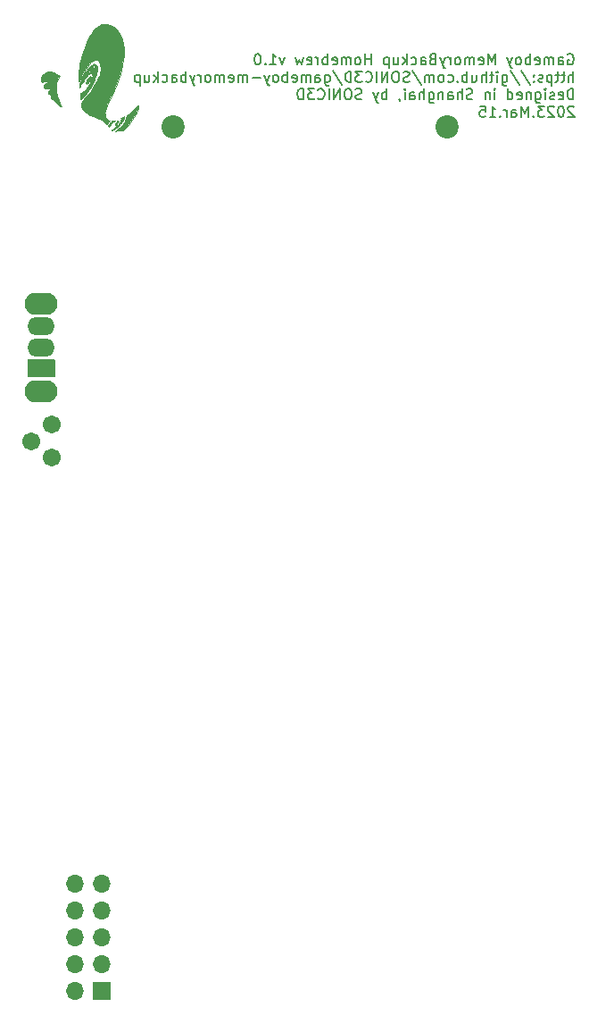
<source format=gbs>
%TF.GenerationSoftware,KiCad,Pcbnew,(5.1.10-1-10_14)*%
%TF.CreationDate,2023-03-15T03:50:06+08:00*%
%TF.ProjectId,GB_MemoryBackup_Mainboard,47425f4d-656d-46f7-9279-4261636b7570,1.0*%
%TF.SameCoordinates,Original*%
%TF.FileFunction,Soldermask,Bot*%
%TF.FilePolarity,Negative*%
%FSLAX46Y46*%
G04 Gerber Fmt 4.6, Leading zero omitted, Abs format (unit mm)*
G04 Created by KiCad (PCBNEW (5.1.10-1-10_14)) date 2023-03-15 03:50:06*
%MOMM*%
%LPD*%
G01*
G04 APERTURE LIST*
%ADD10C,0.150000*%
%ADD11C,0.010000*%
%ADD12C,1.702000*%
%ADD13O,3.102000X2.102000*%
%ADD14O,2.602000X1.702000*%
%ADD15R,1.700000X1.700000*%
%ADD16O,1.700000X1.700000*%
%ADD17C,2.200000*%
G04 APERTURE END LIST*
D10*
X114075595Y-48460000D02*
X114170833Y-48412380D01*
X114313690Y-48412380D01*
X114456547Y-48460000D01*
X114551785Y-48555238D01*
X114599404Y-48650476D01*
X114647023Y-48840952D01*
X114647023Y-48983809D01*
X114599404Y-49174285D01*
X114551785Y-49269523D01*
X114456547Y-49364761D01*
X114313690Y-49412380D01*
X114218452Y-49412380D01*
X114075595Y-49364761D01*
X114027976Y-49317142D01*
X114027976Y-48983809D01*
X114218452Y-48983809D01*
X113170833Y-49412380D02*
X113170833Y-48888571D01*
X113218452Y-48793333D01*
X113313690Y-48745714D01*
X113504166Y-48745714D01*
X113599404Y-48793333D01*
X113170833Y-49364761D02*
X113266071Y-49412380D01*
X113504166Y-49412380D01*
X113599404Y-49364761D01*
X113647023Y-49269523D01*
X113647023Y-49174285D01*
X113599404Y-49079047D01*
X113504166Y-49031428D01*
X113266071Y-49031428D01*
X113170833Y-48983809D01*
X112694642Y-49412380D02*
X112694642Y-48745714D01*
X112694642Y-48840952D02*
X112647023Y-48793333D01*
X112551785Y-48745714D01*
X112408928Y-48745714D01*
X112313690Y-48793333D01*
X112266071Y-48888571D01*
X112266071Y-49412380D01*
X112266071Y-48888571D02*
X112218452Y-48793333D01*
X112123214Y-48745714D01*
X111980357Y-48745714D01*
X111885119Y-48793333D01*
X111837500Y-48888571D01*
X111837500Y-49412380D01*
X110980357Y-49364761D02*
X111075595Y-49412380D01*
X111266071Y-49412380D01*
X111361309Y-49364761D01*
X111408928Y-49269523D01*
X111408928Y-48888571D01*
X111361309Y-48793333D01*
X111266071Y-48745714D01*
X111075595Y-48745714D01*
X110980357Y-48793333D01*
X110932738Y-48888571D01*
X110932738Y-48983809D01*
X111408928Y-49079047D01*
X110504166Y-49412380D02*
X110504166Y-48412380D01*
X110504166Y-48793333D02*
X110408928Y-48745714D01*
X110218452Y-48745714D01*
X110123214Y-48793333D01*
X110075595Y-48840952D01*
X110027976Y-48936190D01*
X110027976Y-49221904D01*
X110075595Y-49317142D01*
X110123214Y-49364761D01*
X110218452Y-49412380D01*
X110408928Y-49412380D01*
X110504166Y-49364761D01*
X109456547Y-49412380D02*
X109551785Y-49364761D01*
X109599404Y-49317142D01*
X109647023Y-49221904D01*
X109647023Y-48936190D01*
X109599404Y-48840952D01*
X109551785Y-48793333D01*
X109456547Y-48745714D01*
X109313690Y-48745714D01*
X109218452Y-48793333D01*
X109170833Y-48840952D01*
X109123214Y-48936190D01*
X109123214Y-49221904D01*
X109170833Y-49317142D01*
X109218452Y-49364761D01*
X109313690Y-49412380D01*
X109456547Y-49412380D01*
X108789880Y-48745714D02*
X108551785Y-49412380D01*
X108313690Y-48745714D02*
X108551785Y-49412380D01*
X108647023Y-49650476D01*
X108694642Y-49698095D01*
X108789880Y-49745714D01*
X107170833Y-49412380D02*
X107170833Y-48412380D01*
X106837500Y-49126666D01*
X106504166Y-48412380D01*
X106504166Y-49412380D01*
X105647023Y-49364761D02*
X105742261Y-49412380D01*
X105932738Y-49412380D01*
X106027976Y-49364761D01*
X106075595Y-49269523D01*
X106075595Y-48888571D01*
X106027976Y-48793333D01*
X105932738Y-48745714D01*
X105742261Y-48745714D01*
X105647023Y-48793333D01*
X105599404Y-48888571D01*
X105599404Y-48983809D01*
X106075595Y-49079047D01*
X105170833Y-49412380D02*
X105170833Y-48745714D01*
X105170833Y-48840952D02*
X105123214Y-48793333D01*
X105027976Y-48745714D01*
X104885119Y-48745714D01*
X104789880Y-48793333D01*
X104742261Y-48888571D01*
X104742261Y-49412380D01*
X104742261Y-48888571D02*
X104694642Y-48793333D01*
X104599404Y-48745714D01*
X104456547Y-48745714D01*
X104361309Y-48793333D01*
X104313690Y-48888571D01*
X104313690Y-49412380D01*
X103694642Y-49412380D02*
X103789880Y-49364761D01*
X103837500Y-49317142D01*
X103885119Y-49221904D01*
X103885119Y-48936190D01*
X103837500Y-48840952D01*
X103789880Y-48793333D01*
X103694642Y-48745714D01*
X103551785Y-48745714D01*
X103456547Y-48793333D01*
X103408928Y-48840952D01*
X103361309Y-48936190D01*
X103361309Y-49221904D01*
X103408928Y-49317142D01*
X103456547Y-49364761D01*
X103551785Y-49412380D01*
X103694642Y-49412380D01*
X102932738Y-49412380D02*
X102932738Y-48745714D01*
X102932738Y-48936190D02*
X102885119Y-48840952D01*
X102837500Y-48793333D01*
X102742261Y-48745714D01*
X102647023Y-48745714D01*
X102408928Y-48745714D02*
X102170833Y-49412380D01*
X101932738Y-48745714D02*
X102170833Y-49412380D01*
X102266071Y-49650476D01*
X102313690Y-49698095D01*
X102408928Y-49745714D01*
X101218452Y-48888571D02*
X101075595Y-48936190D01*
X101027976Y-48983809D01*
X100980357Y-49079047D01*
X100980357Y-49221904D01*
X101027976Y-49317142D01*
X101075595Y-49364761D01*
X101170833Y-49412380D01*
X101551785Y-49412380D01*
X101551785Y-48412380D01*
X101218452Y-48412380D01*
X101123214Y-48460000D01*
X101075595Y-48507619D01*
X101027976Y-48602857D01*
X101027976Y-48698095D01*
X101075595Y-48793333D01*
X101123214Y-48840952D01*
X101218452Y-48888571D01*
X101551785Y-48888571D01*
X100123214Y-49412380D02*
X100123214Y-48888571D01*
X100170833Y-48793333D01*
X100266071Y-48745714D01*
X100456547Y-48745714D01*
X100551785Y-48793333D01*
X100123214Y-49364761D02*
X100218452Y-49412380D01*
X100456547Y-49412380D01*
X100551785Y-49364761D01*
X100599404Y-49269523D01*
X100599404Y-49174285D01*
X100551785Y-49079047D01*
X100456547Y-49031428D01*
X100218452Y-49031428D01*
X100123214Y-48983809D01*
X99218452Y-49364761D02*
X99313690Y-49412380D01*
X99504166Y-49412380D01*
X99599404Y-49364761D01*
X99647023Y-49317142D01*
X99694642Y-49221904D01*
X99694642Y-48936190D01*
X99647023Y-48840952D01*
X99599404Y-48793333D01*
X99504166Y-48745714D01*
X99313690Y-48745714D01*
X99218452Y-48793333D01*
X98789880Y-49412380D02*
X98789880Y-48412380D01*
X98694642Y-49031428D02*
X98408928Y-49412380D01*
X98408928Y-48745714D02*
X98789880Y-49126666D01*
X97551785Y-48745714D02*
X97551785Y-49412380D01*
X97980357Y-48745714D02*
X97980357Y-49269523D01*
X97932738Y-49364761D01*
X97837500Y-49412380D01*
X97694642Y-49412380D01*
X97599404Y-49364761D01*
X97551785Y-49317142D01*
X97075595Y-48745714D02*
X97075595Y-49745714D01*
X97075595Y-48793333D02*
X96980357Y-48745714D01*
X96789880Y-48745714D01*
X96694642Y-48793333D01*
X96647023Y-48840952D01*
X96599404Y-48936190D01*
X96599404Y-49221904D01*
X96647023Y-49317142D01*
X96694642Y-49364761D01*
X96789880Y-49412380D01*
X96980357Y-49412380D01*
X97075595Y-49364761D01*
X95408928Y-49412380D02*
X95408928Y-48412380D01*
X95408928Y-48888571D02*
X94837500Y-48888571D01*
X94837500Y-49412380D02*
X94837500Y-48412380D01*
X94218452Y-49412380D02*
X94313690Y-49364761D01*
X94361309Y-49317142D01*
X94408928Y-49221904D01*
X94408928Y-48936190D01*
X94361309Y-48840952D01*
X94313690Y-48793333D01*
X94218452Y-48745714D01*
X94075595Y-48745714D01*
X93980357Y-48793333D01*
X93932738Y-48840952D01*
X93885119Y-48936190D01*
X93885119Y-49221904D01*
X93932738Y-49317142D01*
X93980357Y-49364761D01*
X94075595Y-49412380D01*
X94218452Y-49412380D01*
X93456547Y-49412380D02*
X93456547Y-48745714D01*
X93456547Y-48840952D02*
X93408928Y-48793333D01*
X93313690Y-48745714D01*
X93170833Y-48745714D01*
X93075595Y-48793333D01*
X93027976Y-48888571D01*
X93027976Y-49412380D01*
X93027976Y-48888571D02*
X92980357Y-48793333D01*
X92885119Y-48745714D01*
X92742261Y-48745714D01*
X92647023Y-48793333D01*
X92599404Y-48888571D01*
X92599404Y-49412380D01*
X91742261Y-49364761D02*
X91837500Y-49412380D01*
X92027976Y-49412380D01*
X92123214Y-49364761D01*
X92170833Y-49269523D01*
X92170833Y-48888571D01*
X92123214Y-48793333D01*
X92027976Y-48745714D01*
X91837500Y-48745714D01*
X91742261Y-48793333D01*
X91694642Y-48888571D01*
X91694642Y-48983809D01*
X92170833Y-49079047D01*
X91266071Y-49412380D02*
X91266071Y-48412380D01*
X91266071Y-48793333D02*
X91170833Y-48745714D01*
X90980357Y-48745714D01*
X90885119Y-48793333D01*
X90837500Y-48840952D01*
X90789880Y-48936190D01*
X90789880Y-49221904D01*
X90837500Y-49317142D01*
X90885119Y-49364761D01*
X90980357Y-49412380D01*
X91170833Y-49412380D01*
X91266071Y-49364761D01*
X90361309Y-49412380D02*
X90361309Y-48745714D01*
X90361309Y-48936190D02*
X90313690Y-48840952D01*
X90266071Y-48793333D01*
X90170833Y-48745714D01*
X90075595Y-48745714D01*
X89361309Y-49364761D02*
X89456547Y-49412380D01*
X89647023Y-49412380D01*
X89742261Y-49364761D01*
X89789880Y-49269523D01*
X89789880Y-48888571D01*
X89742261Y-48793333D01*
X89647023Y-48745714D01*
X89456547Y-48745714D01*
X89361309Y-48793333D01*
X89313690Y-48888571D01*
X89313690Y-48983809D01*
X89789880Y-49079047D01*
X88980357Y-48745714D02*
X88789880Y-49412380D01*
X88599404Y-48936190D01*
X88408928Y-49412380D01*
X88218452Y-48745714D01*
X87170833Y-48745714D02*
X86932738Y-49412380D01*
X86694642Y-48745714D01*
X85789880Y-49412380D02*
X86361309Y-49412380D01*
X86075595Y-49412380D02*
X86075595Y-48412380D01*
X86170833Y-48555238D01*
X86266071Y-48650476D01*
X86361309Y-48698095D01*
X85361309Y-49317142D02*
X85313690Y-49364761D01*
X85361309Y-49412380D01*
X85408928Y-49364761D01*
X85361309Y-49317142D01*
X85361309Y-49412380D01*
X84694642Y-48412380D02*
X84599404Y-48412380D01*
X84504166Y-48460000D01*
X84456547Y-48507619D01*
X84408928Y-48602857D01*
X84361309Y-48793333D01*
X84361309Y-49031428D01*
X84408928Y-49221904D01*
X84456547Y-49317142D01*
X84504166Y-49364761D01*
X84599404Y-49412380D01*
X84694642Y-49412380D01*
X84789880Y-49364761D01*
X84837500Y-49317142D01*
X84885119Y-49221904D01*
X84932738Y-49031428D01*
X84932738Y-48793333D01*
X84885119Y-48602857D01*
X84837500Y-48507619D01*
X84789880Y-48460000D01*
X84694642Y-48412380D01*
X114599404Y-51062380D02*
X114599404Y-50062380D01*
X114170833Y-51062380D02*
X114170833Y-50538571D01*
X114218452Y-50443333D01*
X114313690Y-50395714D01*
X114456547Y-50395714D01*
X114551785Y-50443333D01*
X114599404Y-50490952D01*
X113837500Y-50395714D02*
X113456547Y-50395714D01*
X113694642Y-50062380D02*
X113694642Y-50919523D01*
X113647023Y-51014761D01*
X113551785Y-51062380D01*
X113456547Y-51062380D01*
X113266071Y-50395714D02*
X112885119Y-50395714D01*
X113123214Y-50062380D02*
X113123214Y-50919523D01*
X113075595Y-51014761D01*
X112980357Y-51062380D01*
X112885119Y-51062380D01*
X112551785Y-50395714D02*
X112551785Y-51395714D01*
X112551785Y-50443333D02*
X112456547Y-50395714D01*
X112266071Y-50395714D01*
X112170833Y-50443333D01*
X112123214Y-50490952D01*
X112075595Y-50586190D01*
X112075595Y-50871904D01*
X112123214Y-50967142D01*
X112170833Y-51014761D01*
X112266071Y-51062380D01*
X112456547Y-51062380D01*
X112551785Y-51014761D01*
X111694642Y-51014761D02*
X111599404Y-51062380D01*
X111408928Y-51062380D01*
X111313690Y-51014761D01*
X111266071Y-50919523D01*
X111266071Y-50871904D01*
X111313690Y-50776666D01*
X111408928Y-50729047D01*
X111551785Y-50729047D01*
X111647023Y-50681428D01*
X111694642Y-50586190D01*
X111694642Y-50538571D01*
X111647023Y-50443333D01*
X111551785Y-50395714D01*
X111408928Y-50395714D01*
X111313690Y-50443333D01*
X110837500Y-50967142D02*
X110789880Y-51014761D01*
X110837500Y-51062380D01*
X110885119Y-51014761D01*
X110837500Y-50967142D01*
X110837500Y-51062380D01*
X110837500Y-50443333D02*
X110789880Y-50490952D01*
X110837500Y-50538571D01*
X110885119Y-50490952D01*
X110837500Y-50443333D01*
X110837500Y-50538571D01*
X109647023Y-50014761D02*
X110504166Y-51300476D01*
X108599404Y-50014761D02*
X109456547Y-51300476D01*
X107837500Y-50395714D02*
X107837500Y-51205238D01*
X107885119Y-51300476D01*
X107932738Y-51348095D01*
X108027976Y-51395714D01*
X108170833Y-51395714D01*
X108266071Y-51348095D01*
X107837500Y-51014761D02*
X107932738Y-51062380D01*
X108123214Y-51062380D01*
X108218452Y-51014761D01*
X108266071Y-50967142D01*
X108313690Y-50871904D01*
X108313690Y-50586190D01*
X108266071Y-50490952D01*
X108218452Y-50443333D01*
X108123214Y-50395714D01*
X107932738Y-50395714D01*
X107837500Y-50443333D01*
X107361309Y-51062380D02*
X107361309Y-50395714D01*
X107361309Y-50062380D02*
X107408928Y-50110000D01*
X107361309Y-50157619D01*
X107313690Y-50110000D01*
X107361309Y-50062380D01*
X107361309Y-50157619D01*
X107027976Y-50395714D02*
X106647023Y-50395714D01*
X106885119Y-50062380D02*
X106885119Y-50919523D01*
X106837500Y-51014761D01*
X106742261Y-51062380D01*
X106647023Y-51062380D01*
X106313690Y-51062380D02*
X106313690Y-50062380D01*
X105885119Y-51062380D02*
X105885119Y-50538571D01*
X105932738Y-50443333D01*
X106027976Y-50395714D01*
X106170833Y-50395714D01*
X106266071Y-50443333D01*
X106313690Y-50490952D01*
X104980357Y-50395714D02*
X104980357Y-51062380D01*
X105408928Y-50395714D02*
X105408928Y-50919523D01*
X105361309Y-51014761D01*
X105266071Y-51062380D01*
X105123214Y-51062380D01*
X105027976Y-51014761D01*
X104980357Y-50967142D01*
X104504166Y-51062380D02*
X104504166Y-50062380D01*
X104504166Y-50443333D02*
X104408928Y-50395714D01*
X104218452Y-50395714D01*
X104123214Y-50443333D01*
X104075595Y-50490952D01*
X104027976Y-50586190D01*
X104027976Y-50871904D01*
X104075595Y-50967142D01*
X104123214Y-51014761D01*
X104218452Y-51062380D01*
X104408928Y-51062380D01*
X104504166Y-51014761D01*
X103599404Y-50967142D02*
X103551785Y-51014761D01*
X103599404Y-51062380D01*
X103647023Y-51014761D01*
X103599404Y-50967142D01*
X103599404Y-51062380D01*
X102694642Y-51014761D02*
X102789880Y-51062380D01*
X102980357Y-51062380D01*
X103075595Y-51014761D01*
X103123214Y-50967142D01*
X103170833Y-50871904D01*
X103170833Y-50586190D01*
X103123214Y-50490952D01*
X103075595Y-50443333D01*
X102980357Y-50395714D01*
X102789880Y-50395714D01*
X102694642Y-50443333D01*
X102123214Y-51062380D02*
X102218452Y-51014761D01*
X102266071Y-50967142D01*
X102313690Y-50871904D01*
X102313690Y-50586190D01*
X102266071Y-50490952D01*
X102218452Y-50443333D01*
X102123214Y-50395714D01*
X101980357Y-50395714D01*
X101885119Y-50443333D01*
X101837500Y-50490952D01*
X101789880Y-50586190D01*
X101789880Y-50871904D01*
X101837500Y-50967142D01*
X101885119Y-51014761D01*
X101980357Y-51062380D01*
X102123214Y-51062380D01*
X101361309Y-51062380D02*
X101361309Y-50395714D01*
X101361309Y-50490952D02*
X101313690Y-50443333D01*
X101218452Y-50395714D01*
X101075595Y-50395714D01*
X100980357Y-50443333D01*
X100932738Y-50538571D01*
X100932738Y-51062380D01*
X100932738Y-50538571D02*
X100885119Y-50443333D01*
X100789880Y-50395714D01*
X100647023Y-50395714D01*
X100551785Y-50443333D01*
X100504166Y-50538571D01*
X100504166Y-51062380D01*
X99313690Y-50014761D02*
X100170833Y-51300476D01*
X99027976Y-51014761D02*
X98885119Y-51062380D01*
X98647023Y-51062380D01*
X98551785Y-51014761D01*
X98504166Y-50967142D01*
X98456547Y-50871904D01*
X98456547Y-50776666D01*
X98504166Y-50681428D01*
X98551785Y-50633809D01*
X98647023Y-50586190D01*
X98837500Y-50538571D01*
X98932738Y-50490952D01*
X98980357Y-50443333D01*
X99027976Y-50348095D01*
X99027976Y-50252857D01*
X98980357Y-50157619D01*
X98932738Y-50110000D01*
X98837500Y-50062380D01*
X98599404Y-50062380D01*
X98456547Y-50110000D01*
X97837500Y-50062380D02*
X97647023Y-50062380D01*
X97551785Y-50110000D01*
X97456547Y-50205238D01*
X97408928Y-50395714D01*
X97408928Y-50729047D01*
X97456547Y-50919523D01*
X97551785Y-51014761D01*
X97647023Y-51062380D01*
X97837500Y-51062380D01*
X97932738Y-51014761D01*
X98027976Y-50919523D01*
X98075595Y-50729047D01*
X98075595Y-50395714D01*
X98027976Y-50205238D01*
X97932738Y-50110000D01*
X97837500Y-50062380D01*
X96980357Y-51062380D02*
X96980357Y-50062380D01*
X96408928Y-51062380D01*
X96408928Y-50062380D01*
X95932738Y-51062380D02*
X95932738Y-50062380D01*
X94885119Y-50967142D02*
X94932738Y-51014761D01*
X95075595Y-51062380D01*
X95170833Y-51062380D01*
X95313690Y-51014761D01*
X95408928Y-50919523D01*
X95456547Y-50824285D01*
X95504166Y-50633809D01*
X95504166Y-50490952D01*
X95456547Y-50300476D01*
X95408928Y-50205238D01*
X95313690Y-50110000D01*
X95170833Y-50062380D01*
X95075595Y-50062380D01*
X94932738Y-50110000D01*
X94885119Y-50157619D01*
X94551785Y-50062380D02*
X93932738Y-50062380D01*
X94266071Y-50443333D01*
X94123214Y-50443333D01*
X94027976Y-50490952D01*
X93980357Y-50538571D01*
X93932738Y-50633809D01*
X93932738Y-50871904D01*
X93980357Y-50967142D01*
X94027976Y-51014761D01*
X94123214Y-51062380D01*
X94408928Y-51062380D01*
X94504166Y-51014761D01*
X94551785Y-50967142D01*
X93504166Y-51062380D02*
X93504166Y-50062380D01*
X93266071Y-50062380D01*
X93123214Y-50110000D01*
X93027976Y-50205238D01*
X92980357Y-50300476D01*
X92932738Y-50490952D01*
X92932738Y-50633809D01*
X92980357Y-50824285D01*
X93027976Y-50919523D01*
X93123214Y-51014761D01*
X93266071Y-51062380D01*
X93504166Y-51062380D01*
X91789880Y-50014761D02*
X92647023Y-51300476D01*
X91027976Y-50395714D02*
X91027976Y-51205238D01*
X91075595Y-51300476D01*
X91123214Y-51348095D01*
X91218452Y-51395714D01*
X91361309Y-51395714D01*
X91456547Y-51348095D01*
X91027976Y-51014761D02*
X91123214Y-51062380D01*
X91313690Y-51062380D01*
X91408928Y-51014761D01*
X91456547Y-50967142D01*
X91504166Y-50871904D01*
X91504166Y-50586190D01*
X91456547Y-50490952D01*
X91408928Y-50443333D01*
X91313690Y-50395714D01*
X91123214Y-50395714D01*
X91027976Y-50443333D01*
X90123214Y-51062380D02*
X90123214Y-50538571D01*
X90170833Y-50443333D01*
X90266071Y-50395714D01*
X90456547Y-50395714D01*
X90551785Y-50443333D01*
X90123214Y-51014761D02*
X90218452Y-51062380D01*
X90456547Y-51062380D01*
X90551785Y-51014761D01*
X90599404Y-50919523D01*
X90599404Y-50824285D01*
X90551785Y-50729047D01*
X90456547Y-50681428D01*
X90218452Y-50681428D01*
X90123214Y-50633809D01*
X89647023Y-51062380D02*
X89647023Y-50395714D01*
X89647023Y-50490952D02*
X89599404Y-50443333D01*
X89504166Y-50395714D01*
X89361309Y-50395714D01*
X89266071Y-50443333D01*
X89218452Y-50538571D01*
X89218452Y-51062380D01*
X89218452Y-50538571D02*
X89170833Y-50443333D01*
X89075595Y-50395714D01*
X88932738Y-50395714D01*
X88837500Y-50443333D01*
X88789880Y-50538571D01*
X88789880Y-51062380D01*
X87932738Y-51014761D02*
X88027976Y-51062380D01*
X88218452Y-51062380D01*
X88313690Y-51014761D01*
X88361309Y-50919523D01*
X88361309Y-50538571D01*
X88313690Y-50443333D01*
X88218452Y-50395714D01*
X88027976Y-50395714D01*
X87932738Y-50443333D01*
X87885119Y-50538571D01*
X87885119Y-50633809D01*
X88361309Y-50729047D01*
X87456547Y-51062380D02*
X87456547Y-50062380D01*
X87456547Y-50443333D02*
X87361309Y-50395714D01*
X87170833Y-50395714D01*
X87075595Y-50443333D01*
X87027976Y-50490952D01*
X86980357Y-50586190D01*
X86980357Y-50871904D01*
X87027976Y-50967142D01*
X87075595Y-51014761D01*
X87170833Y-51062380D01*
X87361309Y-51062380D01*
X87456547Y-51014761D01*
X86408928Y-51062380D02*
X86504166Y-51014761D01*
X86551785Y-50967142D01*
X86599404Y-50871904D01*
X86599404Y-50586190D01*
X86551785Y-50490952D01*
X86504166Y-50443333D01*
X86408928Y-50395714D01*
X86266071Y-50395714D01*
X86170833Y-50443333D01*
X86123214Y-50490952D01*
X86075595Y-50586190D01*
X86075595Y-50871904D01*
X86123214Y-50967142D01*
X86170833Y-51014761D01*
X86266071Y-51062380D01*
X86408928Y-51062380D01*
X85742261Y-50395714D02*
X85504166Y-51062380D01*
X85266071Y-50395714D02*
X85504166Y-51062380D01*
X85599404Y-51300476D01*
X85647023Y-51348095D01*
X85742261Y-51395714D01*
X84885119Y-50681428D02*
X84123214Y-50681428D01*
X83647023Y-51062380D02*
X83647023Y-50395714D01*
X83647023Y-50490952D02*
X83599404Y-50443333D01*
X83504166Y-50395714D01*
X83361309Y-50395714D01*
X83266071Y-50443333D01*
X83218452Y-50538571D01*
X83218452Y-51062380D01*
X83218452Y-50538571D02*
X83170833Y-50443333D01*
X83075595Y-50395714D01*
X82932738Y-50395714D01*
X82837500Y-50443333D01*
X82789880Y-50538571D01*
X82789880Y-51062380D01*
X81932738Y-51014761D02*
X82027976Y-51062380D01*
X82218452Y-51062380D01*
X82313690Y-51014761D01*
X82361309Y-50919523D01*
X82361309Y-50538571D01*
X82313690Y-50443333D01*
X82218452Y-50395714D01*
X82027976Y-50395714D01*
X81932738Y-50443333D01*
X81885119Y-50538571D01*
X81885119Y-50633809D01*
X82361309Y-50729047D01*
X81456547Y-51062380D02*
X81456547Y-50395714D01*
X81456547Y-50490952D02*
X81408928Y-50443333D01*
X81313690Y-50395714D01*
X81170833Y-50395714D01*
X81075595Y-50443333D01*
X81027976Y-50538571D01*
X81027976Y-51062380D01*
X81027976Y-50538571D02*
X80980357Y-50443333D01*
X80885119Y-50395714D01*
X80742261Y-50395714D01*
X80647023Y-50443333D01*
X80599404Y-50538571D01*
X80599404Y-51062380D01*
X79980357Y-51062380D02*
X80075595Y-51014761D01*
X80123214Y-50967142D01*
X80170833Y-50871904D01*
X80170833Y-50586190D01*
X80123214Y-50490952D01*
X80075595Y-50443333D01*
X79980357Y-50395714D01*
X79837500Y-50395714D01*
X79742261Y-50443333D01*
X79694642Y-50490952D01*
X79647023Y-50586190D01*
X79647023Y-50871904D01*
X79694642Y-50967142D01*
X79742261Y-51014761D01*
X79837500Y-51062380D01*
X79980357Y-51062380D01*
X79218452Y-51062380D02*
X79218452Y-50395714D01*
X79218452Y-50586190D02*
X79170833Y-50490952D01*
X79123214Y-50443333D01*
X79027976Y-50395714D01*
X78932738Y-50395714D01*
X78694642Y-50395714D02*
X78456547Y-51062380D01*
X78218452Y-50395714D02*
X78456547Y-51062380D01*
X78551785Y-51300476D01*
X78599404Y-51348095D01*
X78694642Y-51395714D01*
X77837500Y-51062380D02*
X77837500Y-50062380D01*
X77837500Y-50443333D02*
X77742261Y-50395714D01*
X77551785Y-50395714D01*
X77456547Y-50443333D01*
X77408928Y-50490952D01*
X77361309Y-50586190D01*
X77361309Y-50871904D01*
X77408928Y-50967142D01*
X77456547Y-51014761D01*
X77551785Y-51062380D01*
X77742261Y-51062380D01*
X77837500Y-51014761D01*
X76504166Y-51062380D02*
X76504166Y-50538571D01*
X76551785Y-50443333D01*
X76647023Y-50395714D01*
X76837500Y-50395714D01*
X76932738Y-50443333D01*
X76504166Y-51014761D02*
X76599404Y-51062380D01*
X76837500Y-51062380D01*
X76932738Y-51014761D01*
X76980357Y-50919523D01*
X76980357Y-50824285D01*
X76932738Y-50729047D01*
X76837500Y-50681428D01*
X76599404Y-50681428D01*
X76504166Y-50633809D01*
X75599404Y-51014761D02*
X75694642Y-51062380D01*
X75885119Y-51062380D01*
X75980357Y-51014761D01*
X76027976Y-50967142D01*
X76075595Y-50871904D01*
X76075595Y-50586190D01*
X76027976Y-50490952D01*
X75980357Y-50443333D01*
X75885119Y-50395714D01*
X75694642Y-50395714D01*
X75599404Y-50443333D01*
X75170833Y-51062380D02*
X75170833Y-50062380D01*
X75075595Y-50681428D02*
X74789880Y-51062380D01*
X74789880Y-50395714D02*
X75170833Y-50776666D01*
X73932738Y-50395714D02*
X73932738Y-51062380D01*
X74361309Y-50395714D02*
X74361309Y-50919523D01*
X74313690Y-51014761D01*
X74218452Y-51062380D01*
X74075595Y-51062380D01*
X73980357Y-51014761D01*
X73932738Y-50967142D01*
X73456547Y-50395714D02*
X73456547Y-51395714D01*
X73456547Y-50443333D02*
X73361309Y-50395714D01*
X73170833Y-50395714D01*
X73075595Y-50443333D01*
X73027976Y-50490952D01*
X72980357Y-50586190D01*
X72980357Y-50871904D01*
X73027976Y-50967142D01*
X73075595Y-51014761D01*
X73170833Y-51062380D01*
X73361309Y-51062380D01*
X73456547Y-51014761D01*
X114599404Y-52712380D02*
X114599404Y-51712380D01*
X114361309Y-51712380D01*
X114218452Y-51760000D01*
X114123214Y-51855238D01*
X114075595Y-51950476D01*
X114027976Y-52140952D01*
X114027976Y-52283809D01*
X114075595Y-52474285D01*
X114123214Y-52569523D01*
X114218452Y-52664761D01*
X114361309Y-52712380D01*
X114599404Y-52712380D01*
X113218452Y-52664761D02*
X113313690Y-52712380D01*
X113504166Y-52712380D01*
X113599404Y-52664761D01*
X113647023Y-52569523D01*
X113647023Y-52188571D01*
X113599404Y-52093333D01*
X113504166Y-52045714D01*
X113313690Y-52045714D01*
X113218452Y-52093333D01*
X113170833Y-52188571D01*
X113170833Y-52283809D01*
X113647023Y-52379047D01*
X112789880Y-52664761D02*
X112694642Y-52712380D01*
X112504166Y-52712380D01*
X112408928Y-52664761D01*
X112361309Y-52569523D01*
X112361309Y-52521904D01*
X112408928Y-52426666D01*
X112504166Y-52379047D01*
X112647023Y-52379047D01*
X112742261Y-52331428D01*
X112789880Y-52236190D01*
X112789880Y-52188571D01*
X112742261Y-52093333D01*
X112647023Y-52045714D01*
X112504166Y-52045714D01*
X112408928Y-52093333D01*
X111932738Y-52712380D02*
X111932738Y-52045714D01*
X111932738Y-51712380D02*
X111980357Y-51760000D01*
X111932738Y-51807619D01*
X111885119Y-51760000D01*
X111932738Y-51712380D01*
X111932738Y-51807619D01*
X111027976Y-52045714D02*
X111027976Y-52855238D01*
X111075595Y-52950476D01*
X111123214Y-52998095D01*
X111218452Y-53045714D01*
X111361309Y-53045714D01*
X111456547Y-52998095D01*
X111027976Y-52664761D02*
X111123214Y-52712380D01*
X111313690Y-52712380D01*
X111408928Y-52664761D01*
X111456547Y-52617142D01*
X111504166Y-52521904D01*
X111504166Y-52236190D01*
X111456547Y-52140952D01*
X111408928Y-52093333D01*
X111313690Y-52045714D01*
X111123214Y-52045714D01*
X111027976Y-52093333D01*
X110551785Y-52045714D02*
X110551785Y-52712380D01*
X110551785Y-52140952D02*
X110504166Y-52093333D01*
X110408928Y-52045714D01*
X110266071Y-52045714D01*
X110170833Y-52093333D01*
X110123214Y-52188571D01*
X110123214Y-52712380D01*
X109266071Y-52664761D02*
X109361309Y-52712380D01*
X109551785Y-52712380D01*
X109647023Y-52664761D01*
X109694642Y-52569523D01*
X109694642Y-52188571D01*
X109647023Y-52093333D01*
X109551785Y-52045714D01*
X109361309Y-52045714D01*
X109266071Y-52093333D01*
X109218452Y-52188571D01*
X109218452Y-52283809D01*
X109694642Y-52379047D01*
X108361309Y-52712380D02*
X108361309Y-51712380D01*
X108361309Y-52664761D02*
X108456547Y-52712380D01*
X108647023Y-52712380D01*
X108742261Y-52664761D01*
X108789880Y-52617142D01*
X108837500Y-52521904D01*
X108837500Y-52236190D01*
X108789880Y-52140952D01*
X108742261Y-52093333D01*
X108647023Y-52045714D01*
X108456547Y-52045714D01*
X108361309Y-52093333D01*
X107123214Y-52712380D02*
X107123214Y-52045714D01*
X107123214Y-51712380D02*
X107170833Y-51760000D01*
X107123214Y-51807619D01*
X107075595Y-51760000D01*
X107123214Y-51712380D01*
X107123214Y-51807619D01*
X106647023Y-52045714D02*
X106647023Y-52712380D01*
X106647023Y-52140952D02*
X106599404Y-52093333D01*
X106504166Y-52045714D01*
X106361309Y-52045714D01*
X106266071Y-52093333D01*
X106218452Y-52188571D01*
X106218452Y-52712380D01*
X105027976Y-52664761D02*
X104885119Y-52712380D01*
X104647023Y-52712380D01*
X104551785Y-52664761D01*
X104504166Y-52617142D01*
X104456547Y-52521904D01*
X104456547Y-52426666D01*
X104504166Y-52331428D01*
X104551785Y-52283809D01*
X104647023Y-52236190D01*
X104837500Y-52188571D01*
X104932738Y-52140952D01*
X104980357Y-52093333D01*
X105027976Y-51998095D01*
X105027976Y-51902857D01*
X104980357Y-51807619D01*
X104932738Y-51760000D01*
X104837500Y-51712380D01*
X104599404Y-51712380D01*
X104456547Y-51760000D01*
X104027976Y-52712380D02*
X104027976Y-51712380D01*
X103599404Y-52712380D02*
X103599404Y-52188571D01*
X103647023Y-52093333D01*
X103742261Y-52045714D01*
X103885119Y-52045714D01*
X103980357Y-52093333D01*
X104027976Y-52140952D01*
X102694642Y-52712380D02*
X102694642Y-52188571D01*
X102742261Y-52093333D01*
X102837500Y-52045714D01*
X103027976Y-52045714D01*
X103123214Y-52093333D01*
X102694642Y-52664761D02*
X102789880Y-52712380D01*
X103027976Y-52712380D01*
X103123214Y-52664761D01*
X103170833Y-52569523D01*
X103170833Y-52474285D01*
X103123214Y-52379047D01*
X103027976Y-52331428D01*
X102789880Y-52331428D01*
X102694642Y-52283809D01*
X102218452Y-52045714D02*
X102218452Y-52712380D01*
X102218452Y-52140952D02*
X102170833Y-52093333D01*
X102075595Y-52045714D01*
X101932738Y-52045714D01*
X101837500Y-52093333D01*
X101789880Y-52188571D01*
X101789880Y-52712380D01*
X100885119Y-52045714D02*
X100885119Y-52855238D01*
X100932738Y-52950476D01*
X100980357Y-52998095D01*
X101075595Y-53045714D01*
X101218452Y-53045714D01*
X101313690Y-52998095D01*
X100885119Y-52664761D02*
X100980357Y-52712380D01*
X101170833Y-52712380D01*
X101266071Y-52664761D01*
X101313690Y-52617142D01*
X101361309Y-52521904D01*
X101361309Y-52236190D01*
X101313690Y-52140952D01*
X101266071Y-52093333D01*
X101170833Y-52045714D01*
X100980357Y-52045714D01*
X100885119Y-52093333D01*
X100408928Y-52712380D02*
X100408928Y-51712380D01*
X99980357Y-52712380D02*
X99980357Y-52188571D01*
X100027976Y-52093333D01*
X100123214Y-52045714D01*
X100266071Y-52045714D01*
X100361309Y-52093333D01*
X100408928Y-52140952D01*
X99075595Y-52712380D02*
X99075595Y-52188571D01*
X99123214Y-52093333D01*
X99218452Y-52045714D01*
X99408928Y-52045714D01*
X99504166Y-52093333D01*
X99075595Y-52664761D02*
X99170833Y-52712380D01*
X99408928Y-52712380D01*
X99504166Y-52664761D01*
X99551785Y-52569523D01*
X99551785Y-52474285D01*
X99504166Y-52379047D01*
X99408928Y-52331428D01*
X99170833Y-52331428D01*
X99075595Y-52283809D01*
X98599404Y-52712380D02*
X98599404Y-52045714D01*
X98599404Y-51712380D02*
X98647023Y-51760000D01*
X98599404Y-51807619D01*
X98551785Y-51760000D01*
X98599404Y-51712380D01*
X98599404Y-51807619D01*
X98075595Y-52664761D02*
X98075595Y-52712380D01*
X98123214Y-52807619D01*
X98170833Y-52855238D01*
X96885119Y-52712380D02*
X96885119Y-51712380D01*
X96885119Y-52093333D02*
X96789880Y-52045714D01*
X96599404Y-52045714D01*
X96504166Y-52093333D01*
X96456547Y-52140952D01*
X96408928Y-52236190D01*
X96408928Y-52521904D01*
X96456547Y-52617142D01*
X96504166Y-52664761D01*
X96599404Y-52712380D01*
X96789880Y-52712380D01*
X96885119Y-52664761D01*
X96075595Y-52045714D02*
X95837500Y-52712380D01*
X95599404Y-52045714D02*
X95837500Y-52712380D01*
X95932738Y-52950476D01*
X95980357Y-52998095D01*
X96075595Y-53045714D01*
X94504166Y-52664761D02*
X94361309Y-52712380D01*
X94123214Y-52712380D01*
X94027976Y-52664761D01*
X93980357Y-52617142D01*
X93932738Y-52521904D01*
X93932738Y-52426666D01*
X93980357Y-52331428D01*
X94027976Y-52283809D01*
X94123214Y-52236190D01*
X94313690Y-52188571D01*
X94408928Y-52140952D01*
X94456547Y-52093333D01*
X94504166Y-51998095D01*
X94504166Y-51902857D01*
X94456547Y-51807619D01*
X94408928Y-51760000D01*
X94313690Y-51712380D01*
X94075595Y-51712380D01*
X93932738Y-51760000D01*
X93313690Y-51712380D02*
X93123214Y-51712380D01*
X93027976Y-51760000D01*
X92932738Y-51855238D01*
X92885119Y-52045714D01*
X92885119Y-52379047D01*
X92932738Y-52569523D01*
X93027976Y-52664761D01*
X93123214Y-52712380D01*
X93313690Y-52712380D01*
X93408928Y-52664761D01*
X93504166Y-52569523D01*
X93551785Y-52379047D01*
X93551785Y-52045714D01*
X93504166Y-51855238D01*
X93408928Y-51760000D01*
X93313690Y-51712380D01*
X92456547Y-52712380D02*
X92456547Y-51712380D01*
X91885119Y-52712380D01*
X91885119Y-51712380D01*
X91408928Y-52712380D02*
X91408928Y-51712380D01*
X90361309Y-52617142D02*
X90408928Y-52664761D01*
X90551785Y-52712380D01*
X90647023Y-52712380D01*
X90789880Y-52664761D01*
X90885119Y-52569523D01*
X90932738Y-52474285D01*
X90980357Y-52283809D01*
X90980357Y-52140952D01*
X90932738Y-51950476D01*
X90885119Y-51855238D01*
X90789880Y-51760000D01*
X90647023Y-51712380D01*
X90551785Y-51712380D01*
X90408928Y-51760000D01*
X90361309Y-51807619D01*
X90027976Y-51712380D02*
X89408928Y-51712380D01*
X89742261Y-52093333D01*
X89599404Y-52093333D01*
X89504166Y-52140952D01*
X89456547Y-52188571D01*
X89408928Y-52283809D01*
X89408928Y-52521904D01*
X89456547Y-52617142D01*
X89504166Y-52664761D01*
X89599404Y-52712380D01*
X89885119Y-52712380D01*
X89980357Y-52664761D01*
X90027976Y-52617142D01*
X88980357Y-52712380D02*
X88980357Y-51712380D01*
X88742261Y-51712380D01*
X88599404Y-51760000D01*
X88504166Y-51855238D01*
X88456547Y-51950476D01*
X88408928Y-52140952D01*
X88408928Y-52283809D01*
X88456547Y-52474285D01*
X88504166Y-52569523D01*
X88599404Y-52664761D01*
X88742261Y-52712380D01*
X88980357Y-52712380D01*
X114647023Y-53457619D02*
X114599404Y-53410000D01*
X114504166Y-53362380D01*
X114266071Y-53362380D01*
X114170833Y-53410000D01*
X114123214Y-53457619D01*
X114075595Y-53552857D01*
X114075595Y-53648095D01*
X114123214Y-53790952D01*
X114694642Y-54362380D01*
X114075595Y-54362380D01*
X113456547Y-53362380D02*
X113361309Y-53362380D01*
X113266071Y-53410000D01*
X113218452Y-53457619D01*
X113170833Y-53552857D01*
X113123214Y-53743333D01*
X113123214Y-53981428D01*
X113170833Y-54171904D01*
X113218452Y-54267142D01*
X113266071Y-54314761D01*
X113361309Y-54362380D01*
X113456547Y-54362380D01*
X113551785Y-54314761D01*
X113599404Y-54267142D01*
X113647023Y-54171904D01*
X113694642Y-53981428D01*
X113694642Y-53743333D01*
X113647023Y-53552857D01*
X113599404Y-53457619D01*
X113551785Y-53410000D01*
X113456547Y-53362380D01*
X112742261Y-53457619D02*
X112694642Y-53410000D01*
X112599404Y-53362380D01*
X112361309Y-53362380D01*
X112266071Y-53410000D01*
X112218452Y-53457619D01*
X112170833Y-53552857D01*
X112170833Y-53648095D01*
X112218452Y-53790952D01*
X112789880Y-54362380D01*
X112170833Y-54362380D01*
X111837500Y-53362380D02*
X111218452Y-53362380D01*
X111551785Y-53743333D01*
X111408928Y-53743333D01*
X111313690Y-53790952D01*
X111266071Y-53838571D01*
X111218452Y-53933809D01*
X111218452Y-54171904D01*
X111266071Y-54267142D01*
X111313690Y-54314761D01*
X111408928Y-54362380D01*
X111694642Y-54362380D01*
X111789880Y-54314761D01*
X111837500Y-54267142D01*
X110789880Y-54267142D02*
X110742261Y-54314761D01*
X110789880Y-54362380D01*
X110837500Y-54314761D01*
X110789880Y-54267142D01*
X110789880Y-54362380D01*
X110313690Y-54362380D02*
X110313690Y-53362380D01*
X109980357Y-54076666D01*
X109647023Y-53362380D01*
X109647023Y-54362380D01*
X108742261Y-54362380D02*
X108742261Y-53838571D01*
X108789880Y-53743333D01*
X108885119Y-53695714D01*
X109075595Y-53695714D01*
X109170833Y-53743333D01*
X108742261Y-54314761D02*
X108837500Y-54362380D01*
X109075595Y-54362380D01*
X109170833Y-54314761D01*
X109218452Y-54219523D01*
X109218452Y-54124285D01*
X109170833Y-54029047D01*
X109075595Y-53981428D01*
X108837500Y-53981428D01*
X108742261Y-53933809D01*
X108266071Y-54362380D02*
X108266071Y-53695714D01*
X108266071Y-53886190D02*
X108218452Y-53790952D01*
X108170833Y-53743333D01*
X108075595Y-53695714D01*
X107980357Y-53695714D01*
X107647023Y-54267142D02*
X107599404Y-54314761D01*
X107647023Y-54362380D01*
X107694642Y-54314761D01*
X107647023Y-54267142D01*
X107647023Y-54362380D01*
X106647023Y-54362380D02*
X107218452Y-54362380D01*
X106932738Y-54362380D02*
X106932738Y-53362380D01*
X107027976Y-53505238D01*
X107123214Y-53600476D01*
X107218452Y-53648095D01*
X105742261Y-53362380D02*
X106218452Y-53362380D01*
X106266071Y-53838571D01*
X106218452Y-53790952D01*
X106123214Y-53743333D01*
X105885119Y-53743333D01*
X105789880Y-53790952D01*
X105742261Y-53838571D01*
X105694642Y-53933809D01*
X105694642Y-54171904D01*
X105742261Y-54267142D01*
X105789880Y-54314761D01*
X105885119Y-54362380D01*
X106123214Y-54362380D01*
X106218452Y-54314761D01*
X106266071Y-54267142D01*
D11*
%TO.C,G\u002A\u002A\u002A*%
G36*
X68776389Y-49665286D02*
G01*
X68731316Y-49685532D01*
X68729761Y-49711118D01*
X68749389Y-49747625D01*
X68775426Y-49735471D01*
X68800763Y-49706417D01*
X68819859Y-49671521D01*
X68784973Y-49664727D01*
X68776389Y-49665286D01*
G37*
X68776389Y-49665286D02*
X68731316Y-49685532D01*
X68729761Y-49711118D01*
X68749389Y-49747625D01*
X68775426Y-49735471D01*
X68800763Y-49706417D01*
X68819859Y-49671521D01*
X68784973Y-49664727D01*
X68776389Y-49665286D01*
G36*
X68072923Y-50665410D02*
G01*
X68072000Y-50673000D01*
X68096161Y-50703827D01*
X68103750Y-50704750D01*
X68134578Y-50680589D01*
X68135500Y-50673000D01*
X68111340Y-50642172D01*
X68103750Y-50641250D01*
X68072923Y-50665410D01*
G37*
X68072923Y-50665410D02*
X68072000Y-50673000D01*
X68096161Y-50703827D01*
X68103750Y-50704750D01*
X68134578Y-50680589D01*
X68135500Y-50673000D01*
X68111340Y-50642172D01*
X68103750Y-50641250D01*
X68072923Y-50665410D01*
G36*
X68235656Y-52082843D02*
G01*
X68201571Y-52114812D01*
X68208563Y-52133190D01*
X68213002Y-52133500D01*
X68239856Y-52110948D01*
X68249657Y-52096844D01*
X68253400Y-52075117D01*
X68235656Y-52082843D01*
G37*
X68235656Y-52082843D02*
X68201571Y-52114812D01*
X68208563Y-52133190D01*
X68213002Y-52133500D01*
X68239856Y-52110948D01*
X68249657Y-52096844D01*
X68253400Y-52075117D01*
X68235656Y-52082843D01*
G36*
X69344474Y-49521959D02*
G01*
X69344718Y-49530000D01*
X69358384Y-49598065D01*
X69373750Y-49641125D01*
X69401037Y-49704625D01*
X69402783Y-49641125D01*
X69389185Y-49563180D01*
X69373750Y-49530000D01*
X69349266Y-49498396D01*
X69344474Y-49521959D01*
G37*
X69344474Y-49521959D02*
X69344718Y-49530000D01*
X69358384Y-49598065D01*
X69373750Y-49641125D01*
X69401037Y-49704625D01*
X69402783Y-49641125D01*
X69389185Y-49563180D01*
X69373750Y-49530000D01*
X69349266Y-49498396D01*
X69344474Y-49521959D01*
G36*
X68929250Y-49736375D02*
G01*
X68945125Y-49752250D01*
X68961000Y-49736375D01*
X68945125Y-49720500D01*
X68929250Y-49736375D01*
G37*
X68929250Y-49736375D02*
X68945125Y-49752250D01*
X68961000Y-49736375D01*
X68945125Y-49720500D01*
X68929250Y-49736375D01*
G36*
X68612189Y-49968017D02*
G01*
X68600269Y-49990375D01*
X68587917Y-50030405D01*
X68588934Y-50035493D01*
X68619968Y-50023243D01*
X68635563Y-50016972D01*
X68670285Y-49985561D01*
X68669628Y-49951938D01*
X68646897Y-49942750D01*
X68612189Y-49968017D01*
G37*
X68612189Y-49968017D02*
X68600269Y-49990375D01*
X68587917Y-50030405D01*
X68588934Y-50035493D01*
X68619968Y-50023243D01*
X68635563Y-50016972D01*
X68670285Y-49985561D01*
X68669628Y-49951938D01*
X68646897Y-49942750D01*
X68612189Y-49968017D01*
G36*
X69096463Y-50116533D02*
G01*
X69088000Y-50133250D01*
X69092877Y-50160973D01*
X69120362Y-50152728D01*
X69151500Y-50133250D01*
X69180689Y-50108644D01*
X69150681Y-50102088D01*
X69143563Y-50101986D01*
X69096463Y-50116533D01*
G37*
X69096463Y-50116533D02*
X69088000Y-50133250D01*
X69092877Y-50160973D01*
X69120362Y-50152728D01*
X69151500Y-50133250D01*
X69180689Y-50108644D01*
X69150681Y-50102088D01*
X69143563Y-50101986D01*
X69096463Y-50116533D01*
G36*
X68711913Y-50094637D02*
G01*
X68664734Y-50119650D01*
X68633025Y-50115053D01*
X68588956Y-50112153D01*
X68580000Y-50126150D01*
X68606063Y-50157365D01*
X68661514Y-50178261D01*
X68712244Y-50177717D01*
X68721037Y-50172130D01*
X68736630Y-50128294D01*
X68738264Y-50104145D01*
X68731284Y-50073315D01*
X68711913Y-50094637D01*
G37*
X68711913Y-50094637D02*
X68664734Y-50119650D01*
X68633025Y-50115053D01*
X68588956Y-50112153D01*
X68580000Y-50126150D01*
X68606063Y-50157365D01*
X68661514Y-50178261D01*
X68712244Y-50177717D01*
X68721037Y-50172130D01*
X68736630Y-50128294D01*
X68738264Y-50104145D01*
X68731284Y-50073315D01*
X68711913Y-50094637D01*
G36*
X69064543Y-50209624D02*
G01*
X69060513Y-50243884D01*
X69094151Y-50270766D01*
X69136642Y-50271341D01*
X69176793Y-50273287D01*
X69183250Y-50288603D01*
X69205466Y-50322121D01*
X69215000Y-50323750D01*
X69245705Y-50299482D01*
X69246750Y-50291214D01*
X69220954Y-50259729D01*
X69162688Y-50227278D01*
X69100637Y-50206707D01*
X69064543Y-50209624D01*
G37*
X69064543Y-50209624D02*
X69060513Y-50243884D01*
X69094151Y-50270766D01*
X69136642Y-50271341D01*
X69176793Y-50273287D01*
X69183250Y-50288603D01*
X69205466Y-50322121D01*
X69215000Y-50323750D01*
X69245705Y-50299482D01*
X69246750Y-50291214D01*
X69220954Y-50259729D01*
X69162688Y-50227278D01*
X69100637Y-50206707D01*
X69064543Y-50209624D01*
G36*
X69027498Y-49366629D02*
G01*
X68965799Y-49394059D01*
X68891504Y-49440844D01*
X68799853Y-49514983D01*
X68703746Y-49603729D01*
X68616082Y-49694337D01*
X68549760Y-49774058D01*
X68517681Y-49830146D01*
X68516500Y-49838031D01*
X68499092Y-49876022D01*
X68488109Y-49879250D01*
X68468367Y-49906286D01*
X68464297Y-49958602D01*
X68478864Y-50024468D01*
X68508183Y-50032829D01*
X68534569Y-50002700D01*
X68532428Y-49957806D01*
X68517178Y-49943168D01*
X68497297Y-49912458D01*
X68510399Y-49898895D01*
X68547478Y-49903727D01*
X68556250Y-49918739D01*
X68576979Y-49942522D01*
X68618754Y-49918127D01*
X68661215Y-49895182D01*
X68686237Y-49925708D01*
X68688080Y-49930386D01*
X68707963Y-49965508D01*
X68738077Y-49955028D01*
X68765725Y-49931196D01*
X68843175Y-49885917D01*
X68910310Y-49889134D01*
X68950962Y-49939789D01*
X68951976Y-49943419D01*
X68974913Y-49986381D01*
X69008796Y-49974358D01*
X69048536Y-49961728D01*
X69067421Y-49989564D01*
X69108124Y-50032281D01*
X69131871Y-50038000D01*
X69159744Y-50027087D01*
X69158350Y-49983815D01*
X69143929Y-49934812D01*
X69117761Y-49852439D01*
X69100550Y-49793847D01*
X69100058Y-49791937D01*
X69064372Y-49756329D01*
X69042368Y-49752250D01*
X69009139Y-49773608D01*
X69011786Y-49796663D01*
X69011797Y-49845800D01*
X69001337Y-49858068D01*
X68950671Y-49860474D01*
X68909769Y-49814235D01*
X68891627Y-49734123D01*
X68891607Y-49733336D01*
X68891890Y-49632523D01*
X68901044Y-49580455D01*
X68922542Y-49562606D01*
X68932647Y-49561750D01*
X68953877Y-49584845D01*
X68949519Y-49609375D01*
X68954449Y-49648013D01*
X68997189Y-49657000D01*
X69043988Y-49645635D01*
X69048287Y-49599736D01*
X69044122Y-49581248D01*
X69042944Y-49544562D01*
X68855167Y-49544562D01*
X68832859Y-49573157D01*
X68804896Y-49569214D01*
X68772668Y-49561336D01*
X68782845Y-49583633D01*
X68805971Y-49611928D01*
X68852572Y-49689412D01*
X68848850Y-49743759D01*
X68796884Y-49765820D01*
X68771263Y-49764669D01*
X68681817Y-49780819D01*
X68642546Y-49817074D01*
X68596363Y-49866916D01*
X68566228Y-49876120D01*
X68564854Y-49842187D01*
X68568519Y-49831625D01*
X68600716Y-49789586D01*
X68617021Y-49784000D01*
X68631520Y-49763768D01*
X68624594Y-49747344D01*
X68620831Y-49725321D01*
X68634985Y-49731112D01*
X68667356Y-49722016D01*
X68685379Y-49685198D01*
X68713386Y-49639335D01*
X68742009Y-49643138D01*
X68767954Y-49647289D01*
X68761203Y-49615067D01*
X68767811Y-49557556D01*
X68798141Y-49532199D01*
X68844163Y-49518728D01*
X68855167Y-49544562D01*
X69042944Y-49544562D01*
X69042123Y-49519029D01*
X69085147Y-49489825D01*
X69088349Y-49488959D01*
X69131130Y-49486954D01*
X69133796Y-49501210D01*
X69140005Y-49527898D01*
X69152273Y-49530000D01*
X69177667Y-49552644D01*
X69175590Y-49568855D01*
X69179597Y-49623533D01*
X69204301Y-49687917D01*
X69226147Y-49747835D01*
X69219780Y-49776983D01*
X69208870Y-49810493D01*
X69210539Y-49885775D01*
X69216684Y-49935733D01*
X69227789Y-50028183D01*
X69229761Y-50092638D01*
X69226868Y-50107243D01*
X69236499Y-50140556D01*
X69248741Y-50150355D01*
X69268277Y-50198027D01*
X69265613Y-50299369D01*
X69262155Y-50327174D01*
X69253645Y-50431013D01*
X69262056Y-50477601D01*
X69283271Y-50469603D01*
X69313176Y-50409682D01*
X69347656Y-50300504D01*
X69356435Y-50266127D01*
X69381385Y-50136179D01*
X69395287Y-50004549D01*
X69398101Y-49885660D01*
X69389788Y-49793932D01*
X69370308Y-49743788D01*
X69357875Y-49738632D01*
X69328282Y-49767344D01*
X69318458Y-49802132D01*
X69314887Y-49843680D01*
X69326107Y-49827739D01*
X69338495Y-49799875D01*
X69356092Y-49771546D01*
X69364944Y-49795444D01*
X69367666Y-49863375D01*
X69364672Y-49996509D01*
X69353636Y-50098749D01*
X69336516Y-50160240D01*
X69315268Y-50171129D01*
X69308221Y-50162803D01*
X69286231Y-50096297D01*
X69281218Y-50038000D01*
X69284680Y-49985086D01*
X69296331Y-49991601D01*
X69310250Y-50022125D01*
X69331629Y-50058258D01*
X69340153Y-50045436D01*
X69336195Y-49996811D01*
X69320124Y-49925535D01*
X69306282Y-49881512D01*
X69286531Y-49781973D01*
X69307471Y-49698047D01*
X69329131Y-49634043D01*
X69327996Y-49600662D01*
X69306010Y-49613371D01*
X69281195Y-49660327D01*
X69258387Y-49704257D01*
X69248987Y-49687139D01*
X69248763Y-49682686D01*
X69265049Y-49624382D01*
X69281266Y-49607665D01*
X69302958Y-49563365D01*
X69300114Y-49526416D01*
X69302646Y-49477661D01*
X69321160Y-49466290D01*
X69322500Y-49451508D01*
X69314883Y-49444952D01*
X69247851Y-49444952D01*
X69220485Y-49456857D01*
X69175248Y-49440795D01*
X69168153Y-49435395D01*
X69120802Y-49412612D01*
X69065511Y-49433582D01*
X69048323Y-49445080D01*
X68978971Y-49484781D01*
X68931526Y-49497368D01*
X68918250Y-49482560D01*
X68943758Y-49447456D01*
X69004854Y-49414734D01*
X69092489Y-49395647D01*
X69178430Y-49393571D01*
X69234441Y-49411881D01*
X69235194Y-49412610D01*
X69247851Y-49444952D01*
X69314883Y-49444952D01*
X69280138Y-49415049D01*
X69262625Y-49403000D01*
X69179749Y-49355828D01*
X69110145Y-49343969D01*
X69027498Y-49366629D01*
G37*
X69027498Y-49366629D02*
X68965799Y-49394059D01*
X68891504Y-49440844D01*
X68799853Y-49514983D01*
X68703746Y-49603729D01*
X68616082Y-49694337D01*
X68549760Y-49774058D01*
X68517681Y-49830146D01*
X68516500Y-49838031D01*
X68499092Y-49876022D01*
X68488109Y-49879250D01*
X68468367Y-49906286D01*
X68464297Y-49958602D01*
X68478864Y-50024468D01*
X68508183Y-50032829D01*
X68534569Y-50002700D01*
X68532428Y-49957806D01*
X68517178Y-49943168D01*
X68497297Y-49912458D01*
X68510399Y-49898895D01*
X68547478Y-49903727D01*
X68556250Y-49918739D01*
X68576979Y-49942522D01*
X68618754Y-49918127D01*
X68661215Y-49895182D01*
X68686237Y-49925708D01*
X68688080Y-49930386D01*
X68707963Y-49965508D01*
X68738077Y-49955028D01*
X68765725Y-49931196D01*
X68843175Y-49885917D01*
X68910310Y-49889134D01*
X68950962Y-49939789D01*
X68951976Y-49943419D01*
X68974913Y-49986381D01*
X69008796Y-49974358D01*
X69048536Y-49961728D01*
X69067421Y-49989564D01*
X69108124Y-50032281D01*
X69131871Y-50038000D01*
X69159744Y-50027087D01*
X69158350Y-49983815D01*
X69143929Y-49934812D01*
X69117761Y-49852439D01*
X69100550Y-49793847D01*
X69100058Y-49791937D01*
X69064372Y-49756329D01*
X69042368Y-49752250D01*
X69009139Y-49773608D01*
X69011786Y-49796663D01*
X69011797Y-49845800D01*
X69001337Y-49858068D01*
X68950671Y-49860474D01*
X68909769Y-49814235D01*
X68891627Y-49734123D01*
X68891607Y-49733336D01*
X68891890Y-49632523D01*
X68901044Y-49580455D01*
X68922542Y-49562606D01*
X68932647Y-49561750D01*
X68953877Y-49584845D01*
X68949519Y-49609375D01*
X68954449Y-49648013D01*
X68997189Y-49657000D01*
X69043988Y-49645635D01*
X69048287Y-49599736D01*
X69044122Y-49581248D01*
X69042944Y-49544562D01*
X68855167Y-49544562D01*
X68832859Y-49573157D01*
X68804896Y-49569214D01*
X68772668Y-49561336D01*
X68782845Y-49583633D01*
X68805971Y-49611928D01*
X68852572Y-49689412D01*
X68848850Y-49743759D01*
X68796884Y-49765820D01*
X68771263Y-49764669D01*
X68681817Y-49780819D01*
X68642546Y-49817074D01*
X68596363Y-49866916D01*
X68566228Y-49876120D01*
X68564854Y-49842187D01*
X68568519Y-49831625D01*
X68600716Y-49789586D01*
X68617021Y-49784000D01*
X68631520Y-49763768D01*
X68624594Y-49747344D01*
X68620831Y-49725321D01*
X68634985Y-49731112D01*
X68667356Y-49722016D01*
X68685379Y-49685198D01*
X68713386Y-49639335D01*
X68742009Y-49643138D01*
X68767954Y-49647289D01*
X68761203Y-49615067D01*
X68767811Y-49557556D01*
X68798141Y-49532199D01*
X68844163Y-49518728D01*
X68855167Y-49544562D01*
X69042944Y-49544562D01*
X69042123Y-49519029D01*
X69085147Y-49489825D01*
X69088349Y-49488959D01*
X69131130Y-49486954D01*
X69133796Y-49501210D01*
X69140005Y-49527898D01*
X69152273Y-49530000D01*
X69177667Y-49552644D01*
X69175590Y-49568855D01*
X69179597Y-49623533D01*
X69204301Y-49687917D01*
X69226147Y-49747835D01*
X69219780Y-49776983D01*
X69208870Y-49810493D01*
X69210539Y-49885775D01*
X69216684Y-49935733D01*
X69227789Y-50028183D01*
X69229761Y-50092638D01*
X69226868Y-50107243D01*
X69236499Y-50140556D01*
X69248741Y-50150355D01*
X69268277Y-50198027D01*
X69265613Y-50299369D01*
X69262155Y-50327174D01*
X69253645Y-50431013D01*
X69262056Y-50477601D01*
X69283271Y-50469603D01*
X69313176Y-50409682D01*
X69347656Y-50300504D01*
X69356435Y-50266127D01*
X69381385Y-50136179D01*
X69395287Y-50004549D01*
X69398101Y-49885660D01*
X69389788Y-49793932D01*
X69370308Y-49743788D01*
X69357875Y-49738632D01*
X69328282Y-49767344D01*
X69318458Y-49802132D01*
X69314887Y-49843680D01*
X69326107Y-49827739D01*
X69338495Y-49799875D01*
X69356092Y-49771546D01*
X69364944Y-49795444D01*
X69367666Y-49863375D01*
X69364672Y-49996509D01*
X69353636Y-50098749D01*
X69336516Y-50160240D01*
X69315268Y-50171129D01*
X69308221Y-50162803D01*
X69286231Y-50096297D01*
X69281218Y-50038000D01*
X69284680Y-49985086D01*
X69296331Y-49991601D01*
X69310250Y-50022125D01*
X69331629Y-50058258D01*
X69340153Y-50045436D01*
X69336195Y-49996811D01*
X69320124Y-49925535D01*
X69306282Y-49881512D01*
X69286531Y-49781973D01*
X69307471Y-49698047D01*
X69329131Y-49634043D01*
X69327996Y-49600662D01*
X69306010Y-49613371D01*
X69281195Y-49660327D01*
X69258387Y-49704257D01*
X69248987Y-49687139D01*
X69248763Y-49682686D01*
X69265049Y-49624382D01*
X69281266Y-49607665D01*
X69302958Y-49563365D01*
X69300114Y-49526416D01*
X69302646Y-49477661D01*
X69321160Y-49466290D01*
X69322500Y-49451508D01*
X69314883Y-49444952D01*
X69247851Y-49444952D01*
X69220485Y-49456857D01*
X69175248Y-49440795D01*
X69168153Y-49435395D01*
X69120802Y-49412612D01*
X69065511Y-49433582D01*
X69048323Y-49445080D01*
X68978971Y-49484781D01*
X68931526Y-49497368D01*
X68918250Y-49482560D01*
X68943758Y-49447456D01*
X69004854Y-49414734D01*
X69092489Y-49395647D01*
X69178430Y-49393571D01*
X69234441Y-49411881D01*
X69235194Y-49412610D01*
X69247851Y-49444952D01*
X69314883Y-49444952D01*
X69280138Y-49415049D01*
X69262625Y-49403000D01*
X69179749Y-49355828D01*
X69110145Y-49343969D01*
X69027498Y-49366629D01*
G36*
X69257334Y-50556583D02*
G01*
X69253534Y-50594263D01*
X69257334Y-50598916D01*
X69276209Y-50594558D01*
X69278500Y-50577750D01*
X69266884Y-50551616D01*
X69257334Y-50556583D01*
G37*
X69257334Y-50556583D02*
X69253534Y-50594263D01*
X69257334Y-50598916D01*
X69276209Y-50594558D01*
X69278500Y-50577750D01*
X69266884Y-50551616D01*
X69257334Y-50556583D01*
G36*
X68929250Y-51069875D02*
G01*
X68945125Y-51085750D01*
X68961000Y-51069875D01*
X68945125Y-51054000D01*
X68929250Y-51069875D01*
G37*
X68929250Y-51069875D02*
X68945125Y-51085750D01*
X68961000Y-51069875D01*
X68945125Y-51054000D01*
X68929250Y-51069875D01*
G36*
X68706293Y-50552456D02*
G01*
X68681960Y-50568366D01*
X68605995Y-50646076D01*
X68523251Y-50761872D01*
X68446921Y-50893566D01*
X68390199Y-51018967D01*
X68368444Y-51095657D01*
X68360157Y-51172666D01*
X68374276Y-51205765D01*
X68417166Y-51212750D01*
X68477231Y-51190653D01*
X68554782Y-51134354D01*
X68596912Y-51093984D01*
X68675057Y-50997240D01*
X68751157Y-50880043D01*
X68814904Y-50761080D01*
X68855989Y-50659037D01*
X68865750Y-50606662D01*
X68841955Y-50549588D01*
X68782724Y-50530253D01*
X68706293Y-50552456D01*
G37*
X68706293Y-50552456D02*
X68681960Y-50568366D01*
X68605995Y-50646076D01*
X68523251Y-50761872D01*
X68446921Y-50893566D01*
X68390199Y-51018967D01*
X68368444Y-51095657D01*
X68360157Y-51172666D01*
X68374276Y-51205765D01*
X68417166Y-51212750D01*
X68477231Y-51190653D01*
X68554782Y-51134354D01*
X68596912Y-51093984D01*
X68675057Y-50997240D01*
X68751157Y-50880043D01*
X68814904Y-50761080D01*
X68855989Y-50659037D01*
X68865750Y-50606662D01*
X68841955Y-50549588D01*
X68782724Y-50530253D01*
X68706293Y-50552456D01*
G36*
X68770855Y-51330910D02*
G01*
X68742374Y-51361744D01*
X68751446Y-51394779D01*
X68768488Y-51387807D01*
X68770987Y-51368854D01*
X68776841Y-51340486D01*
X68798768Y-51366952D01*
X68831389Y-51389996D01*
X68845724Y-51378216D01*
X68839352Y-51341612D01*
X68818960Y-51328588D01*
X68770855Y-51330910D01*
G37*
X68770855Y-51330910D02*
X68742374Y-51361744D01*
X68751446Y-51394779D01*
X68768488Y-51387807D01*
X68770987Y-51368854D01*
X68776841Y-51340486D01*
X68798768Y-51366952D01*
X68831389Y-51389996D01*
X68845724Y-51378216D01*
X68839352Y-51341612D01*
X68818960Y-51328588D01*
X68770855Y-51330910D01*
G36*
X67826990Y-50986913D02*
G01*
X67799241Y-51058942D01*
X67771995Y-51156145D01*
X67750956Y-51259830D01*
X67745426Y-51300062D01*
X67744499Y-51369968D01*
X67757814Y-51402879D01*
X67759999Y-51403250D01*
X67784799Y-51378326D01*
X67786250Y-51366208D01*
X67797627Y-51343369D01*
X67804662Y-51347578D01*
X67802239Y-51383875D01*
X67770790Y-51445780D01*
X67769927Y-51447102D01*
X67735860Y-51516481D01*
X67729549Y-51566519D01*
X67749536Y-51563641D01*
X67787067Y-51514986D01*
X67816197Y-51464349D01*
X67853423Y-51375593D01*
X67876705Y-51292125D01*
X67849750Y-51292125D01*
X67833875Y-51308000D01*
X67818000Y-51292125D01*
X67833875Y-51276250D01*
X67849750Y-51292125D01*
X67876705Y-51292125D01*
X67880924Y-51277001D01*
X67896643Y-51183916D01*
X67897180Y-51163251D01*
X67849750Y-51163251D01*
X67833174Y-51206692D01*
X67818000Y-51212750D01*
X67787159Y-51189962D01*
X67786250Y-51182873D01*
X67809330Y-51139873D01*
X67818000Y-51133375D01*
X67845182Y-51140572D01*
X67849750Y-51163251D01*
X67897180Y-51163251D01*
X67898523Y-51111681D01*
X67884507Y-51075638D01*
X67868054Y-51077500D01*
X67856267Y-51074989D01*
X67873288Y-51049235D01*
X67890197Y-51006375D01*
X67881500Y-51006375D01*
X67865625Y-51022250D01*
X67849750Y-51006375D01*
X67865625Y-50990500D01*
X67881500Y-51006375D01*
X67890197Y-51006375D01*
X67894782Y-50994756D01*
X67868650Y-50961534D01*
X67849541Y-50958750D01*
X67826990Y-50986913D01*
G37*
X67826990Y-50986913D02*
X67799241Y-51058942D01*
X67771995Y-51156145D01*
X67750956Y-51259830D01*
X67745426Y-51300062D01*
X67744499Y-51369968D01*
X67757814Y-51402879D01*
X67759999Y-51403250D01*
X67784799Y-51378326D01*
X67786250Y-51366208D01*
X67797627Y-51343369D01*
X67804662Y-51347578D01*
X67802239Y-51383875D01*
X67770790Y-51445780D01*
X67769927Y-51447102D01*
X67735860Y-51516481D01*
X67729549Y-51566519D01*
X67749536Y-51563641D01*
X67787067Y-51514986D01*
X67816197Y-51464349D01*
X67853423Y-51375593D01*
X67876705Y-51292125D01*
X67849750Y-51292125D01*
X67833875Y-51308000D01*
X67818000Y-51292125D01*
X67833875Y-51276250D01*
X67849750Y-51292125D01*
X67876705Y-51292125D01*
X67880924Y-51277001D01*
X67896643Y-51183916D01*
X67897180Y-51163251D01*
X67849750Y-51163251D01*
X67833174Y-51206692D01*
X67818000Y-51212750D01*
X67787159Y-51189962D01*
X67786250Y-51182873D01*
X67809330Y-51139873D01*
X67818000Y-51133375D01*
X67845182Y-51140572D01*
X67849750Y-51163251D01*
X67897180Y-51163251D01*
X67898523Y-51111681D01*
X67884507Y-51075638D01*
X67868054Y-51077500D01*
X67856267Y-51074989D01*
X67873288Y-51049235D01*
X67890197Y-51006375D01*
X67881500Y-51006375D01*
X67865625Y-51022250D01*
X67849750Y-51006375D01*
X67865625Y-50990500D01*
X67881500Y-51006375D01*
X67890197Y-51006375D01*
X67894782Y-50994756D01*
X67868650Y-50961534D01*
X67849541Y-50958750D01*
X67826990Y-50986913D01*
G36*
X68400449Y-49968472D02*
G01*
X68352153Y-50037151D01*
X68290702Y-50136052D01*
X68264279Y-50181401D01*
X68199706Y-50291116D01*
X68145058Y-50378238D01*
X68109131Y-50428963D01*
X68102183Y-50435843D01*
X68076709Y-50473817D01*
X68045479Y-50548264D01*
X68037966Y-50570254D01*
X68007835Y-50650072D01*
X67981422Y-50699800D01*
X67976580Y-50704750D01*
X67947968Y-50741486D01*
X67907940Y-50810423D01*
X67902591Y-50820716D01*
X67871245Y-50888867D01*
X67871595Y-50922199D01*
X67901455Y-50940047D01*
X67936244Y-50977438D01*
X67934901Y-51002773D01*
X67939819Y-51060827D01*
X67955154Y-51083203D01*
X67973941Y-51122206D01*
X67948803Y-51146900D01*
X67918150Y-51192752D01*
X67919644Y-51216056D01*
X67940619Y-51211553D01*
X67983481Y-51161450D01*
X68039844Y-51075967D01*
X68053448Y-51053041D01*
X68121387Y-50941755D01*
X68186313Y-50844323D01*
X68234604Y-50781144D01*
X68236072Y-50779537D01*
X68275073Y-50720243D01*
X68264888Y-50690350D01*
X68232498Y-50647209D01*
X68230750Y-50635488D01*
X68248141Y-50621417D01*
X68276398Y-50639609D01*
X68313060Y-50655234D01*
X68346908Y-50624975D01*
X68371977Y-50580937D01*
X68372656Y-50579957D01*
X68338434Y-50579957D01*
X68336039Y-50597384D01*
X68307566Y-50626271D01*
X68286166Y-50614115D01*
X68231881Y-50595389D01*
X68211007Y-50599502D01*
X68174087Y-50595781D01*
X68170750Y-50562467D01*
X68199285Y-50529949D01*
X68256358Y-50519337D01*
X68311335Y-50540245D01*
X68338434Y-50579957D01*
X68372656Y-50579957D01*
X68426040Y-50502975D01*
X68486711Y-50449706D01*
X68487542Y-50449256D01*
X68534468Y-50401876D01*
X68534472Y-50386645D01*
X68516500Y-50386645D01*
X68488557Y-50418241D01*
X68419667Y-50440402D01*
X68332241Y-50447940D01*
X68275496Y-50442428D01*
X68207076Y-50449069D01*
X68166307Y-50503707D01*
X68151025Y-50610830D01*
X68152883Y-50696976D01*
X68151581Y-50784074D01*
X68139022Y-50841058D01*
X68132204Y-50849662D01*
X68108026Y-50840232D01*
X68103750Y-50815875D01*
X68091016Y-50780022D01*
X68077031Y-50781015D01*
X68059815Y-50821193D01*
X68056052Y-50894014D01*
X68051930Y-50961291D01*
X68034040Y-50990465D01*
X68033272Y-50990500D01*
X68019087Y-51010253D01*
X68024375Y-51022250D01*
X68021858Y-51051507D01*
X68010374Y-51054000D01*
X67977939Y-51043824D01*
X67976750Y-51040191D01*
X67986830Y-51003600D01*
X68008405Y-50943127D01*
X68014675Y-50921671D01*
X67973048Y-50921671D01*
X67968386Y-50949436D01*
X67945000Y-50942875D01*
X67917375Y-50897564D01*
X67913737Y-50869563D01*
X67918875Y-50834031D01*
X67940824Y-50857110D01*
X67945000Y-50863500D01*
X67973048Y-50921671D01*
X68014675Y-50921671D01*
X68024921Y-50886617D01*
X68010733Y-50878537D01*
X68003009Y-50882768D01*
X67979261Y-50884180D01*
X67986233Y-50852833D01*
X67986596Y-50807656D01*
X67967817Y-50799034D01*
X67958548Y-50786088D01*
X67984688Y-50765706D01*
X68030932Y-50715869D01*
X68040250Y-50682149D01*
X68053494Y-50629142D01*
X68086716Y-50556073D01*
X68130152Y-50479075D01*
X68174039Y-50414279D01*
X68208613Y-50377820D01*
X68223066Y-50380072D01*
X68260961Y-50409535D01*
X68316659Y-50419000D01*
X68370895Y-50413291D01*
X68371338Y-50389309D01*
X68358485Y-50372260D01*
X68337268Y-50324770D01*
X68368205Y-50277010D01*
X68406166Y-50245337D01*
X68286039Y-50245337D01*
X68279681Y-50258137D01*
X68249406Y-50290962D01*
X68243837Y-50267813D01*
X68251544Y-50243005D01*
X68274919Y-50208428D01*
X68285477Y-50209143D01*
X68286039Y-50245337D01*
X68406166Y-50245337D01*
X68419811Y-50233953D01*
X68438166Y-50243745D01*
X68430450Y-50292000D01*
X68432567Y-50344026D01*
X68465172Y-50355500D01*
X68509753Y-50371257D01*
X68516500Y-50386645D01*
X68534472Y-50386645D01*
X68534478Y-50365404D01*
X68533795Y-50330929D01*
X68562749Y-50334703D01*
X68612808Y-50336465D01*
X68626258Y-50325962D01*
X68673472Y-50296926D01*
X68754976Y-50278363D01*
X68841943Y-50273773D01*
X68905547Y-50286655D01*
X68912438Y-50291222D01*
X68940755Y-50337354D01*
X68961556Y-50408936D01*
X68971134Y-50482529D01*
X68965778Y-50534690D01*
X68952751Y-50546000D01*
X68939596Y-50565744D01*
X68944720Y-50577093D01*
X68946733Y-50626997D01*
X68930743Y-50670211D01*
X68915799Y-50721139D01*
X68952359Y-50749286D01*
X68966960Y-50754266D01*
X69014755Y-50774330D01*
X69005323Y-50797970D01*
X68980911Y-50816850D01*
X68946479Y-50855978D01*
X68962650Y-50880394D01*
X69008642Y-50878436D01*
X69027564Y-50859630D01*
X69050673Y-50834800D01*
X69055764Y-50855873D01*
X69034032Y-50905380D01*
X68994377Y-50948849D01*
X68952762Y-51000610D01*
X68955040Y-51035248D01*
X68998731Y-51037191D01*
X69007952Y-51033990D01*
X69035836Y-51031026D01*
X69029250Y-51065260D01*
X69015785Y-51095336D01*
X68985723Y-51147758D01*
X68959586Y-51147093D01*
X68936456Y-51121897D01*
X68907746Y-51091736D01*
X68905203Y-51112729D01*
X68913248Y-51149250D01*
X68923344Y-51200542D01*
X68912357Y-51195580D01*
X68896509Y-51171400D01*
X68878644Y-51103399D01*
X68890363Y-51076150D01*
X68904280Y-51038125D01*
X68865750Y-51038125D01*
X68849875Y-51054000D01*
X68834000Y-51038125D01*
X68849875Y-51022250D01*
X68865750Y-51038125D01*
X68904280Y-51038125D01*
X68911403Y-51018664D01*
X68918347Y-50946451D01*
X68886587Y-50946451D01*
X68881625Y-50958750D01*
X68853095Y-50989038D01*
X68848002Y-50990500D01*
X68834365Y-50965935D01*
X68834000Y-50958750D01*
X68858408Y-50928220D01*
X68867624Y-50927000D01*
X68886587Y-50946451D01*
X68918347Y-50946451D01*
X68918848Y-50941246D01*
X68925321Y-50859445D01*
X68941227Y-50806308D01*
X68945814Y-50772637D01*
X68934442Y-50768250D01*
X68902787Y-50794576D01*
X68861407Y-50858817D01*
X68821303Y-50938864D01*
X68793477Y-51012609D01*
X68788930Y-51057944D01*
X68789628Y-51059263D01*
X68784888Y-51084657D01*
X68777471Y-51085750D01*
X68746076Y-51111759D01*
X68711581Y-51173062D01*
X68688179Y-51230632D01*
X68693356Y-51235091D01*
X68725643Y-51196875D01*
X68762359Y-51153849D01*
X68767627Y-51162544D01*
X68755770Y-51204812D01*
X68750765Y-51261390D01*
X68781264Y-51276250D01*
X68813913Y-51255556D01*
X68810465Y-51204812D01*
X68804056Y-51157001D01*
X68812720Y-51151177D01*
X68833763Y-51194329D01*
X68842139Y-51230552D01*
X68863823Y-51305373D01*
X68878363Y-51334859D01*
X68880098Y-51391969D01*
X68853632Y-51428975D01*
X68814645Y-51461411D01*
X68802289Y-51445942D01*
X68801764Y-51433866D01*
X68796515Y-51404062D01*
X68774026Y-51429589D01*
X68770500Y-51435000D01*
X68749433Y-51462756D01*
X68737677Y-51454158D01*
X68730157Y-51398675D01*
X68725842Y-51342350D01*
X68696914Y-51292650D01*
X68678572Y-51282648D01*
X68649736Y-51286559D01*
X68651751Y-51335551D01*
X68655535Y-51351625D01*
X68651819Y-51459352D01*
X68628154Y-51509112D01*
X68599117Y-51568905D01*
X68599228Y-51602393D01*
X68595368Y-51637979D01*
X68561334Y-51701657D01*
X68549568Y-51718900D01*
X68501810Y-51814340D01*
X68500619Y-51879478D01*
X68531302Y-51931850D01*
X68563942Y-51938603D01*
X68579968Y-51896456D01*
X68580000Y-51893501D01*
X68563528Y-51861368D01*
X68545628Y-51865245D01*
X68532610Y-51860237D01*
X68546490Y-51820060D01*
X68578038Y-51761768D01*
X68618023Y-51702412D01*
X68657214Y-51659044D01*
X68657282Y-51658987D01*
X68698055Y-51633996D01*
X68704195Y-51649525D01*
X68678230Y-51694599D01*
X68638084Y-51742390D01*
X68596639Y-51798819D01*
X68589708Y-51836079D01*
X68590787Y-51837369D01*
X68623491Y-51834199D01*
X68665743Y-51788128D01*
X68705355Y-51715918D01*
X68727127Y-51649827D01*
X68748556Y-51592517D01*
X68771654Y-51578588D01*
X68803327Y-51566151D01*
X68832355Y-51530250D01*
X68802250Y-51530250D01*
X68790634Y-51556383D01*
X68781084Y-51551416D01*
X68777732Y-51518174D01*
X68720114Y-51518174D01*
X68694651Y-51561558D01*
X68649403Y-51589569D01*
X68631675Y-51591243D01*
X68618211Y-51581869D01*
X68635563Y-51572722D01*
X68671607Y-51530878D01*
X68675250Y-51509855D01*
X68692047Y-51479579D01*
X68708542Y-51483577D01*
X68720114Y-51518174D01*
X68777732Y-51518174D01*
X68777284Y-51513736D01*
X68781084Y-51509083D01*
X68799959Y-51513441D01*
X68802250Y-51530250D01*
X68832355Y-51530250D01*
X68845292Y-51514250D01*
X68886015Y-51443048D01*
X68913959Y-51372713D01*
X68917606Y-51323449D01*
X68919496Y-51287395D01*
X68935248Y-51284568D01*
X68964806Y-51261608D01*
X69007594Y-51194193D01*
X69052224Y-51101625D01*
X69096495Y-51001513D01*
X69109348Y-50974625D01*
X69088000Y-50974625D01*
X69072125Y-50990500D01*
X69056250Y-50974625D01*
X69072125Y-50958750D01*
X69088000Y-50974625D01*
X69109348Y-50974625D01*
X69132186Y-50926850D01*
X69150557Y-50895250D01*
X69177109Y-50847625D01*
X69119750Y-50847625D01*
X69103875Y-50863500D01*
X69088000Y-50847625D01*
X69103875Y-50831750D01*
X69119750Y-50847625D01*
X69177109Y-50847625D01*
X69186670Y-50830476D01*
X69210744Y-50731419D01*
X69215420Y-50655301D01*
X69142355Y-50655301D01*
X69136640Y-50701553D01*
X69112016Y-50759288D01*
X69095502Y-50754726D01*
X69088242Y-50688690D01*
X69088000Y-50666650D01*
X69092243Y-50619249D01*
X69052621Y-50619249D01*
X69035084Y-50651833D01*
X69013017Y-50670014D01*
X69004788Y-50648892D01*
X69001480Y-50609500D01*
X69009967Y-50558075D01*
X69026474Y-50546000D01*
X69052181Y-50570002D01*
X69052621Y-50619249D01*
X69092243Y-50619249D01*
X69093874Y-50601031D01*
X69113542Y-50592130D01*
X69122904Y-50599953D01*
X69142355Y-50655301D01*
X69215420Y-50655301D01*
X69217161Y-50626972D01*
X69211748Y-50580564D01*
X69205857Y-50530125D01*
X69151500Y-50530125D01*
X69135625Y-50546000D01*
X69119750Y-50530125D01*
X69135625Y-50514250D01*
X69151500Y-50530125D01*
X69205857Y-50530125D01*
X69201422Y-50492164D01*
X69207029Y-50424753D01*
X69208032Y-50421814D01*
X69216227Y-50389015D01*
X69192865Y-50398378D01*
X69165383Y-50419000D01*
X69108351Y-50468468D01*
X69081789Y-50497455D01*
X69047023Y-50512056D01*
X69037604Y-50506186D01*
X69043450Y-50473261D01*
X69087760Y-50423571D01*
X69091440Y-50420438D01*
X69139974Y-50372908D01*
X69140539Y-50353626D01*
X69056250Y-50353626D01*
X69033203Y-50385957D01*
X69024500Y-50387250D01*
X68993576Y-50376417D01*
X68992750Y-50373248D01*
X69014999Y-50346141D01*
X69024500Y-50339625D01*
X69053758Y-50342142D01*
X69056250Y-50353626D01*
X69140539Y-50353626D01*
X69140859Y-50342713D01*
X69119750Y-50324881D01*
X69047407Y-50296920D01*
X69008625Y-50292000D01*
X68966727Y-50286411D01*
X68983459Y-50265515D01*
X68992750Y-50259118D01*
X69019511Y-50230424D01*
X69001322Y-50196750D01*
X68961000Y-50196750D01*
X68934408Y-50222546D01*
X68897500Y-50228500D01*
X68845908Y-50215203D01*
X68834000Y-50196750D01*
X68860593Y-50170953D01*
X68897500Y-50165000D01*
X68949093Y-50178296D01*
X68961000Y-50196750D01*
X69001322Y-50196750D01*
X69000881Y-50195934D01*
X68968938Y-50167203D01*
X68909462Y-50104627D01*
X68906616Y-50066376D01*
X68960015Y-50055113D01*
X68984813Y-50057137D01*
X69029571Y-50059915D01*
X69015123Y-50051540D01*
X69008625Y-50049652D01*
X68941554Y-50021590D01*
X68914963Y-50003168D01*
X68861880Y-49980463D01*
X68791175Y-49975746D01*
X68736533Y-49989893D01*
X68728082Y-49998312D01*
X68735900Y-50036448D01*
X68757958Y-50063064D01*
X68794099Y-50083228D01*
X68802250Y-50071001D01*
X68825656Y-50039163D01*
X68834000Y-50038000D01*
X68862168Y-50063716D01*
X68865750Y-50085625D01*
X68844278Y-50127802D01*
X68825763Y-50133250D01*
X68779383Y-50157561D01*
X68745418Y-50197871D01*
X68710537Y-50241308D01*
X68672456Y-50237543D01*
X68635467Y-50213746D01*
X68567883Y-50174678D01*
X68532254Y-50168470D01*
X68538006Y-50192634D01*
X68575580Y-50229556D01*
X68624878Y-50273007D01*
X68626640Y-50289446D01*
X68583518Y-50292000D01*
X68519825Y-50295393D01*
X68495852Y-50299937D01*
X68474420Y-50283635D01*
X68464799Y-50233469D01*
X68468978Y-50178312D01*
X68485437Y-50148700D01*
X68492597Y-50114291D01*
X68467607Y-50079820D01*
X68417221Y-50047583D01*
X68394847Y-50061693D01*
X68415601Y-50110321D01*
X68420614Y-50116607D01*
X68440288Y-50155579D01*
X68428535Y-50165000D01*
X68357750Y-50165000D01*
X68346134Y-50191133D01*
X68336584Y-50186166D01*
X68332784Y-50148486D01*
X68336584Y-50143833D01*
X68355459Y-50148191D01*
X68357750Y-50165000D01*
X68428535Y-50165000D01*
X68387311Y-50140194D01*
X68373250Y-50085639D01*
X68391445Y-50031129D01*
X68403647Y-50019462D01*
X68447152Y-49975212D01*
X68445189Y-49946690D01*
X68426913Y-49942750D01*
X68400449Y-49968472D01*
G37*
X68400449Y-49968472D02*
X68352153Y-50037151D01*
X68290702Y-50136052D01*
X68264279Y-50181401D01*
X68199706Y-50291116D01*
X68145058Y-50378238D01*
X68109131Y-50428963D01*
X68102183Y-50435843D01*
X68076709Y-50473817D01*
X68045479Y-50548264D01*
X68037966Y-50570254D01*
X68007835Y-50650072D01*
X67981422Y-50699800D01*
X67976580Y-50704750D01*
X67947968Y-50741486D01*
X67907940Y-50810423D01*
X67902591Y-50820716D01*
X67871245Y-50888867D01*
X67871595Y-50922199D01*
X67901455Y-50940047D01*
X67936244Y-50977438D01*
X67934901Y-51002773D01*
X67939819Y-51060827D01*
X67955154Y-51083203D01*
X67973941Y-51122206D01*
X67948803Y-51146900D01*
X67918150Y-51192752D01*
X67919644Y-51216056D01*
X67940619Y-51211553D01*
X67983481Y-51161450D01*
X68039844Y-51075967D01*
X68053448Y-51053041D01*
X68121387Y-50941755D01*
X68186313Y-50844323D01*
X68234604Y-50781144D01*
X68236072Y-50779537D01*
X68275073Y-50720243D01*
X68264888Y-50690350D01*
X68232498Y-50647209D01*
X68230750Y-50635488D01*
X68248141Y-50621417D01*
X68276398Y-50639609D01*
X68313060Y-50655234D01*
X68346908Y-50624975D01*
X68371977Y-50580937D01*
X68372656Y-50579957D01*
X68338434Y-50579957D01*
X68336039Y-50597384D01*
X68307566Y-50626271D01*
X68286166Y-50614115D01*
X68231881Y-50595389D01*
X68211007Y-50599502D01*
X68174087Y-50595781D01*
X68170750Y-50562467D01*
X68199285Y-50529949D01*
X68256358Y-50519337D01*
X68311335Y-50540245D01*
X68338434Y-50579957D01*
X68372656Y-50579957D01*
X68426040Y-50502975D01*
X68486711Y-50449706D01*
X68487542Y-50449256D01*
X68534468Y-50401876D01*
X68534472Y-50386645D01*
X68516500Y-50386645D01*
X68488557Y-50418241D01*
X68419667Y-50440402D01*
X68332241Y-50447940D01*
X68275496Y-50442428D01*
X68207076Y-50449069D01*
X68166307Y-50503707D01*
X68151025Y-50610830D01*
X68152883Y-50696976D01*
X68151581Y-50784074D01*
X68139022Y-50841058D01*
X68132204Y-50849662D01*
X68108026Y-50840232D01*
X68103750Y-50815875D01*
X68091016Y-50780022D01*
X68077031Y-50781015D01*
X68059815Y-50821193D01*
X68056052Y-50894014D01*
X68051930Y-50961291D01*
X68034040Y-50990465D01*
X68033272Y-50990500D01*
X68019087Y-51010253D01*
X68024375Y-51022250D01*
X68021858Y-51051507D01*
X68010374Y-51054000D01*
X67977939Y-51043824D01*
X67976750Y-51040191D01*
X67986830Y-51003600D01*
X68008405Y-50943127D01*
X68014675Y-50921671D01*
X67973048Y-50921671D01*
X67968386Y-50949436D01*
X67945000Y-50942875D01*
X67917375Y-50897564D01*
X67913737Y-50869563D01*
X67918875Y-50834031D01*
X67940824Y-50857110D01*
X67945000Y-50863500D01*
X67973048Y-50921671D01*
X68014675Y-50921671D01*
X68024921Y-50886617D01*
X68010733Y-50878537D01*
X68003009Y-50882768D01*
X67979261Y-50884180D01*
X67986233Y-50852833D01*
X67986596Y-50807656D01*
X67967817Y-50799034D01*
X67958548Y-50786088D01*
X67984688Y-50765706D01*
X68030932Y-50715869D01*
X68040250Y-50682149D01*
X68053494Y-50629142D01*
X68086716Y-50556073D01*
X68130152Y-50479075D01*
X68174039Y-50414279D01*
X68208613Y-50377820D01*
X68223066Y-50380072D01*
X68260961Y-50409535D01*
X68316659Y-50419000D01*
X68370895Y-50413291D01*
X68371338Y-50389309D01*
X68358485Y-50372260D01*
X68337268Y-50324770D01*
X68368205Y-50277010D01*
X68406166Y-50245337D01*
X68286039Y-50245337D01*
X68279681Y-50258137D01*
X68249406Y-50290962D01*
X68243837Y-50267813D01*
X68251544Y-50243005D01*
X68274919Y-50208428D01*
X68285477Y-50209143D01*
X68286039Y-50245337D01*
X68406166Y-50245337D01*
X68419811Y-50233953D01*
X68438166Y-50243745D01*
X68430450Y-50292000D01*
X68432567Y-50344026D01*
X68465172Y-50355500D01*
X68509753Y-50371257D01*
X68516500Y-50386645D01*
X68534472Y-50386645D01*
X68534478Y-50365404D01*
X68533795Y-50330929D01*
X68562749Y-50334703D01*
X68612808Y-50336465D01*
X68626258Y-50325962D01*
X68673472Y-50296926D01*
X68754976Y-50278363D01*
X68841943Y-50273773D01*
X68905547Y-50286655D01*
X68912438Y-50291222D01*
X68940755Y-50337354D01*
X68961556Y-50408936D01*
X68971134Y-50482529D01*
X68965778Y-50534690D01*
X68952751Y-50546000D01*
X68939596Y-50565744D01*
X68944720Y-50577093D01*
X68946733Y-50626997D01*
X68930743Y-50670211D01*
X68915799Y-50721139D01*
X68952359Y-50749286D01*
X68966960Y-50754266D01*
X69014755Y-50774330D01*
X69005323Y-50797970D01*
X68980911Y-50816850D01*
X68946479Y-50855978D01*
X68962650Y-50880394D01*
X69008642Y-50878436D01*
X69027564Y-50859630D01*
X69050673Y-50834800D01*
X69055764Y-50855873D01*
X69034032Y-50905380D01*
X68994377Y-50948849D01*
X68952762Y-51000610D01*
X68955040Y-51035248D01*
X68998731Y-51037191D01*
X69007952Y-51033990D01*
X69035836Y-51031026D01*
X69029250Y-51065260D01*
X69015785Y-51095336D01*
X68985723Y-51147758D01*
X68959586Y-51147093D01*
X68936456Y-51121897D01*
X68907746Y-51091736D01*
X68905203Y-51112729D01*
X68913248Y-51149250D01*
X68923344Y-51200542D01*
X68912357Y-51195580D01*
X68896509Y-51171400D01*
X68878644Y-51103399D01*
X68890363Y-51076150D01*
X68904280Y-51038125D01*
X68865750Y-51038125D01*
X68849875Y-51054000D01*
X68834000Y-51038125D01*
X68849875Y-51022250D01*
X68865750Y-51038125D01*
X68904280Y-51038125D01*
X68911403Y-51018664D01*
X68918347Y-50946451D01*
X68886587Y-50946451D01*
X68881625Y-50958750D01*
X68853095Y-50989038D01*
X68848002Y-50990500D01*
X68834365Y-50965935D01*
X68834000Y-50958750D01*
X68858408Y-50928220D01*
X68867624Y-50927000D01*
X68886587Y-50946451D01*
X68918347Y-50946451D01*
X68918848Y-50941246D01*
X68925321Y-50859445D01*
X68941227Y-50806308D01*
X68945814Y-50772637D01*
X68934442Y-50768250D01*
X68902787Y-50794576D01*
X68861407Y-50858817D01*
X68821303Y-50938864D01*
X68793477Y-51012609D01*
X68788930Y-51057944D01*
X68789628Y-51059263D01*
X68784888Y-51084657D01*
X68777471Y-51085750D01*
X68746076Y-51111759D01*
X68711581Y-51173062D01*
X68688179Y-51230632D01*
X68693356Y-51235091D01*
X68725643Y-51196875D01*
X68762359Y-51153849D01*
X68767627Y-51162544D01*
X68755770Y-51204812D01*
X68750765Y-51261390D01*
X68781264Y-51276250D01*
X68813913Y-51255556D01*
X68810465Y-51204812D01*
X68804056Y-51157001D01*
X68812720Y-51151177D01*
X68833763Y-51194329D01*
X68842139Y-51230552D01*
X68863823Y-51305373D01*
X68878363Y-51334859D01*
X68880098Y-51391969D01*
X68853632Y-51428975D01*
X68814645Y-51461411D01*
X68802289Y-51445942D01*
X68801764Y-51433866D01*
X68796515Y-51404062D01*
X68774026Y-51429589D01*
X68770500Y-51435000D01*
X68749433Y-51462756D01*
X68737677Y-51454158D01*
X68730157Y-51398675D01*
X68725842Y-51342350D01*
X68696914Y-51292650D01*
X68678572Y-51282648D01*
X68649736Y-51286559D01*
X68651751Y-51335551D01*
X68655535Y-51351625D01*
X68651819Y-51459352D01*
X68628154Y-51509112D01*
X68599117Y-51568905D01*
X68599228Y-51602393D01*
X68595368Y-51637979D01*
X68561334Y-51701657D01*
X68549568Y-51718900D01*
X68501810Y-51814340D01*
X68500619Y-51879478D01*
X68531302Y-51931850D01*
X68563942Y-51938603D01*
X68579968Y-51896456D01*
X68580000Y-51893501D01*
X68563528Y-51861368D01*
X68545628Y-51865245D01*
X68532610Y-51860237D01*
X68546490Y-51820060D01*
X68578038Y-51761768D01*
X68618023Y-51702412D01*
X68657214Y-51659044D01*
X68657282Y-51658987D01*
X68698055Y-51633996D01*
X68704195Y-51649525D01*
X68678230Y-51694599D01*
X68638084Y-51742390D01*
X68596639Y-51798819D01*
X68589708Y-51836079D01*
X68590787Y-51837369D01*
X68623491Y-51834199D01*
X68665743Y-51788128D01*
X68705355Y-51715918D01*
X68727127Y-51649827D01*
X68748556Y-51592517D01*
X68771654Y-51578588D01*
X68803327Y-51566151D01*
X68832355Y-51530250D01*
X68802250Y-51530250D01*
X68790634Y-51556383D01*
X68781084Y-51551416D01*
X68777732Y-51518174D01*
X68720114Y-51518174D01*
X68694651Y-51561558D01*
X68649403Y-51589569D01*
X68631675Y-51591243D01*
X68618211Y-51581869D01*
X68635563Y-51572722D01*
X68671607Y-51530878D01*
X68675250Y-51509855D01*
X68692047Y-51479579D01*
X68708542Y-51483577D01*
X68720114Y-51518174D01*
X68777732Y-51518174D01*
X68777284Y-51513736D01*
X68781084Y-51509083D01*
X68799959Y-51513441D01*
X68802250Y-51530250D01*
X68832355Y-51530250D01*
X68845292Y-51514250D01*
X68886015Y-51443048D01*
X68913959Y-51372713D01*
X68917606Y-51323449D01*
X68919496Y-51287395D01*
X68935248Y-51284568D01*
X68964806Y-51261608D01*
X69007594Y-51194193D01*
X69052224Y-51101625D01*
X69096495Y-51001513D01*
X69109348Y-50974625D01*
X69088000Y-50974625D01*
X69072125Y-50990500D01*
X69056250Y-50974625D01*
X69072125Y-50958750D01*
X69088000Y-50974625D01*
X69109348Y-50974625D01*
X69132186Y-50926850D01*
X69150557Y-50895250D01*
X69177109Y-50847625D01*
X69119750Y-50847625D01*
X69103875Y-50863500D01*
X69088000Y-50847625D01*
X69103875Y-50831750D01*
X69119750Y-50847625D01*
X69177109Y-50847625D01*
X69186670Y-50830476D01*
X69210744Y-50731419D01*
X69215420Y-50655301D01*
X69142355Y-50655301D01*
X69136640Y-50701553D01*
X69112016Y-50759288D01*
X69095502Y-50754726D01*
X69088242Y-50688690D01*
X69088000Y-50666650D01*
X69092243Y-50619249D01*
X69052621Y-50619249D01*
X69035084Y-50651833D01*
X69013017Y-50670014D01*
X69004788Y-50648892D01*
X69001480Y-50609500D01*
X69009967Y-50558075D01*
X69026474Y-50546000D01*
X69052181Y-50570002D01*
X69052621Y-50619249D01*
X69092243Y-50619249D01*
X69093874Y-50601031D01*
X69113542Y-50592130D01*
X69122904Y-50599953D01*
X69142355Y-50655301D01*
X69215420Y-50655301D01*
X69217161Y-50626972D01*
X69211748Y-50580564D01*
X69205857Y-50530125D01*
X69151500Y-50530125D01*
X69135625Y-50546000D01*
X69119750Y-50530125D01*
X69135625Y-50514250D01*
X69151500Y-50530125D01*
X69205857Y-50530125D01*
X69201422Y-50492164D01*
X69207029Y-50424753D01*
X69208032Y-50421814D01*
X69216227Y-50389015D01*
X69192865Y-50398378D01*
X69165383Y-50419000D01*
X69108351Y-50468468D01*
X69081789Y-50497455D01*
X69047023Y-50512056D01*
X69037604Y-50506186D01*
X69043450Y-50473261D01*
X69087760Y-50423571D01*
X69091440Y-50420438D01*
X69139974Y-50372908D01*
X69140539Y-50353626D01*
X69056250Y-50353626D01*
X69033203Y-50385957D01*
X69024500Y-50387250D01*
X68993576Y-50376417D01*
X68992750Y-50373248D01*
X69014999Y-50346141D01*
X69024500Y-50339625D01*
X69053758Y-50342142D01*
X69056250Y-50353626D01*
X69140539Y-50353626D01*
X69140859Y-50342713D01*
X69119750Y-50324881D01*
X69047407Y-50296920D01*
X69008625Y-50292000D01*
X68966727Y-50286411D01*
X68983459Y-50265515D01*
X68992750Y-50259118D01*
X69019511Y-50230424D01*
X69001322Y-50196750D01*
X68961000Y-50196750D01*
X68934408Y-50222546D01*
X68897500Y-50228500D01*
X68845908Y-50215203D01*
X68834000Y-50196750D01*
X68860593Y-50170953D01*
X68897500Y-50165000D01*
X68949093Y-50178296D01*
X68961000Y-50196750D01*
X69001322Y-50196750D01*
X69000881Y-50195934D01*
X68968938Y-50167203D01*
X68909462Y-50104627D01*
X68906616Y-50066376D01*
X68960015Y-50055113D01*
X68984813Y-50057137D01*
X69029571Y-50059915D01*
X69015123Y-50051540D01*
X69008625Y-50049652D01*
X68941554Y-50021590D01*
X68914963Y-50003168D01*
X68861880Y-49980463D01*
X68791175Y-49975746D01*
X68736533Y-49989893D01*
X68728082Y-49998312D01*
X68735900Y-50036448D01*
X68757958Y-50063064D01*
X68794099Y-50083228D01*
X68802250Y-50071001D01*
X68825656Y-50039163D01*
X68834000Y-50038000D01*
X68862168Y-50063716D01*
X68865750Y-50085625D01*
X68844278Y-50127802D01*
X68825763Y-50133250D01*
X68779383Y-50157561D01*
X68745418Y-50197871D01*
X68710537Y-50241308D01*
X68672456Y-50237543D01*
X68635467Y-50213746D01*
X68567883Y-50174678D01*
X68532254Y-50168470D01*
X68538006Y-50192634D01*
X68575580Y-50229556D01*
X68624878Y-50273007D01*
X68626640Y-50289446D01*
X68583518Y-50292000D01*
X68519825Y-50295393D01*
X68495852Y-50299937D01*
X68474420Y-50283635D01*
X68464799Y-50233469D01*
X68468978Y-50178312D01*
X68485437Y-50148700D01*
X68492597Y-50114291D01*
X68467607Y-50079820D01*
X68417221Y-50047583D01*
X68394847Y-50061693D01*
X68415601Y-50110321D01*
X68420614Y-50116607D01*
X68440288Y-50155579D01*
X68428535Y-50165000D01*
X68357750Y-50165000D01*
X68346134Y-50191133D01*
X68336584Y-50186166D01*
X68332784Y-50148486D01*
X68336584Y-50143833D01*
X68355459Y-50148191D01*
X68357750Y-50165000D01*
X68428535Y-50165000D01*
X68387311Y-50140194D01*
X68373250Y-50085639D01*
X68391445Y-50031129D01*
X68403647Y-50019462D01*
X68447152Y-49975212D01*
X68445189Y-49946690D01*
X68426913Y-49942750D01*
X68400449Y-49968472D01*
G36*
X67945000Y-52339875D02*
G01*
X67960875Y-52355750D01*
X67976750Y-52339875D01*
X67960875Y-52324000D01*
X67945000Y-52339875D01*
G37*
X67945000Y-52339875D02*
X67960875Y-52355750D01*
X67976750Y-52339875D01*
X67960875Y-52324000D01*
X67945000Y-52339875D01*
G36*
X68580966Y-51395698D02*
G01*
X68580000Y-51403524D01*
X68559012Y-51458611D01*
X68502695Y-51545832D01*
X68421019Y-51652819D01*
X68323957Y-51767209D01*
X68221478Y-51876635D01*
X68125785Y-51966812D01*
X68016806Y-52042178D01*
X67913241Y-52069459D01*
X67894662Y-52070000D01*
X67783034Y-52070000D01*
X67788824Y-52356167D01*
X67792983Y-52491668D01*
X67800017Y-52573127D01*
X67811821Y-52609993D01*
X67830289Y-52611715D01*
X67838825Y-52605642D01*
X67885653Y-52584327D01*
X67903762Y-52589678D01*
X67898409Y-52621481D01*
X67866876Y-52652534D01*
X67826209Y-52698238D01*
X67821569Y-52726952D01*
X67847535Y-52721840D01*
X67904962Y-52678846D01*
X67982332Y-52606832D01*
X67997012Y-52591959D01*
X68096857Y-52488484D01*
X68154289Y-52422596D01*
X68168184Y-52393338D01*
X68086721Y-52393338D01*
X68084148Y-52428651D01*
X68045709Y-52484178D01*
X68043443Y-52486637D01*
X67996275Y-52544859D01*
X67976750Y-52583986D01*
X67965203Y-52609673D01*
X67964234Y-52609750D01*
X67956393Y-52582588D01*
X67956297Y-52530397D01*
X67972460Y-52470668D01*
X67997917Y-52451022D01*
X68000835Y-52449330D01*
X67908741Y-52449330D01*
X67907719Y-52512537D01*
X67875725Y-52556031D01*
X67873563Y-52556972D01*
X67835138Y-52573240D01*
X67830763Y-52575493D01*
X67828724Y-52547595D01*
X67826161Y-52471507D01*
X67823569Y-52362530D01*
X67823125Y-52339875D01*
X67824333Y-52226089D01*
X67831650Y-52141899D01*
X67843577Y-52102802D01*
X67846149Y-52101750D01*
X67859547Y-52129788D01*
X67861391Y-52200592D01*
X67858063Y-52240487D01*
X67855455Y-52339139D01*
X67872064Y-52395972D01*
X67877838Y-52401111D01*
X67908741Y-52449330D01*
X68000835Y-52449330D01*
X68041368Y-52425830D01*
X68049133Y-52411312D01*
X68075230Y-52387878D01*
X68086721Y-52393338D01*
X68168184Y-52393338D01*
X68171394Y-52386579D01*
X68150258Y-52372719D01*
X68092966Y-52373301D01*
X68055315Y-52376271D01*
X67967744Y-52380601D01*
X67926223Y-52369260D01*
X67913837Y-52334799D01*
X67913250Y-52313719D01*
X67933964Y-52254464D01*
X67985116Y-52239883D01*
X68050220Y-52271863D01*
X68074039Y-52295298D01*
X68134734Y-52336842D01*
X68178876Y-52343765D01*
X68238414Y-52316195D01*
X68301748Y-52261181D01*
X68352371Y-52197305D01*
X68357904Y-52183306D01*
X68319866Y-52183306D01*
X68286751Y-52229615D01*
X68228729Y-52258321D01*
X68207591Y-52260500D01*
X68153739Y-52254857D01*
X68153748Y-52230710D01*
X68167250Y-52212875D01*
X68188502Y-52173423D01*
X68171138Y-52165250D01*
X68139872Y-52139471D01*
X68135500Y-52115824D01*
X68129761Y-52084148D01*
X68101305Y-52091603D01*
X68064936Y-52115824D01*
X67987343Y-52156788D01*
X67932081Y-52161025D01*
X67913250Y-52131626D01*
X67933149Y-52113690D01*
X67948550Y-52119818D01*
X67993542Y-52122815D01*
X68004113Y-52113755D01*
X68048371Y-52072982D01*
X68105201Y-52041269D01*
X68152065Y-52028789D01*
X68167250Y-52040120D01*
X68191952Y-52059849D01*
X68230750Y-52054125D01*
X68281964Y-52045758D01*
X68289645Y-52073021D01*
X68261383Y-52135587D01*
X68244733Y-52186133D01*
X68261383Y-52197000D01*
X68292388Y-52172223D01*
X68294250Y-52159958D01*
X68304617Y-52136021D01*
X68310873Y-52139539D01*
X68319866Y-52183306D01*
X68357904Y-52183306D01*
X68373775Y-52143151D01*
X68370358Y-52128213D01*
X68366996Y-52106599D01*
X68381122Y-52112446D01*
X68419730Y-52103910D01*
X68465403Y-52054969D01*
X68505852Y-51989295D01*
X68510620Y-51960599D01*
X68480228Y-51953688D01*
X68468875Y-51953583D01*
X68426723Y-51976274D01*
X68421250Y-51995916D01*
X68400915Y-52034633D01*
X68387172Y-52038250D01*
X68363896Y-52013143D01*
X68364576Y-51982687D01*
X68396823Y-51937223D01*
X68424054Y-51930476D01*
X68458963Y-51911364D01*
X68471783Y-51841549D01*
X68472050Y-51823568D01*
X68488962Y-51726610D01*
X68492304Y-51721851D01*
X68452035Y-51721851D01*
X68432039Y-51778018D01*
X68381984Y-51851161D01*
X68319196Y-51920872D01*
X68261003Y-51966745D01*
X68237593Y-51974419D01*
X68231893Y-51955813D01*
X68265845Y-51908645D01*
X68288351Y-51885267D01*
X68357343Y-51811245D01*
X68409530Y-51744022D01*
X68415480Y-51734454D01*
X68442713Y-51697415D01*
X68451877Y-51716950D01*
X68452035Y-51721851D01*
X68492304Y-51721851D01*
X68526025Y-51673842D01*
X68569919Y-51631152D01*
X68580000Y-51609141D01*
X68560468Y-51608654D01*
X68516500Y-51641375D01*
X68468550Y-51677332D01*
X68456097Y-51670059D01*
X68476808Y-51627325D01*
X68528346Y-51556899D01*
X68549541Y-51531449D01*
X68618620Y-51442887D01*
X68641465Y-51391245D01*
X68619874Y-51371907D01*
X68611750Y-51371500D01*
X68580966Y-51395698D01*
G37*
X68580966Y-51395698D02*
X68580000Y-51403524D01*
X68559012Y-51458611D01*
X68502695Y-51545832D01*
X68421019Y-51652819D01*
X68323957Y-51767209D01*
X68221478Y-51876635D01*
X68125785Y-51966812D01*
X68016806Y-52042178D01*
X67913241Y-52069459D01*
X67894662Y-52070000D01*
X67783034Y-52070000D01*
X67788824Y-52356167D01*
X67792983Y-52491668D01*
X67800017Y-52573127D01*
X67811821Y-52609993D01*
X67830289Y-52611715D01*
X67838825Y-52605642D01*
X67885653Y-52584327D01*
X67903762Y-52589678D01*
X67898409Y-52621481D01*
X67866876Y-52652534D01*
X67826209Y-52698238D01*
X67821569Y-52726952D01*
X67847535Y-52721840D01*
X67904962Y-52678846D01*
X67982332Y-52606832D01*
X67997012Y-52591959D01*
X68096857Y-52488484D01*
X68154289Y-52422596D01*
X68168184Y-52393338D01*
X68086721Y-52393338D01*
X68084148Y-52428651D01*
X68045709Y-52484178D01*
X68043443Y-52486637D01*
X67996275Y-52544859D01*
X67976750Y-52583986D01*
X67965203Y-52609673D01*
X67964234Y-52609750D01*
X67956393Y-52582588D01*
X67956297Y-52530397D01*
X67972460Y-52470668D01*
X67997917Y-52451022D01*
X68000835Y-52449330D01*
X67908741Y-52449330D01*
X67907719Y-52512537D01*
X67875725Y-52556031D01*
X67873563Y-52556972D01*
X67835138Y-52573240D01*
X67830763Y-52575493D01*
X67828724Y-52547595D01*
X67826161Y-52471507D01*
X67823569Y-52362530D01*
X67823125Y-52339875D01*
X67824333Y-52226089D01*
X67831650Y-52141899D01*
X67843577Y-52102802D01*
X67846149Y-52101750D01*
X67859547Y-52129788D01*
X67861391Y-52200592D01*
X67858063Y-52240487D01*
X67855455Y-52339139D01*
X67872064Y-52395972D01*
X67877838Y-52401111D01*
X67908741Y-52449330D01*
X68000835Y-52449330D01*
X68041368Y-52425830D01*
X68049133Y-52411312D01*
X68075230Y-52387878D01*
X68086721Y-52393338D01*
X68168184Y-52393338D01*
X68171394Y-52386579D01*
X68150258Y-52372719D01*
X68092966Y-52373301D01*
X68055315Y-52376271D01*
X67967744Y-52380601D01*
X67926223Y-52369260D01*
X67913837Y-52334799D01*
X67913250Y-52313719D01*
X67933964Y-52254464D01*
X67985116Y-52239883D01*
X68050220Y-52271863D01*
X68074039Y-52295298D01*
X68134734Y-52336842D01*
X68178876Y-52343765D01*
X68238414Y-52316195D01*
X68301748Y-52261181D01*
X68352371Y-52197305D01*
X68357904Y-52183306D01*
X68319866Y-52183306D01*
X68286751Y-52229615D01*
X68228729Y-52258321D01*
X68207591Y-52260500D01*
X68153739Y-52254857D01*
X68153748Y-52230710D01*
X68167250Y-52212875D01*
X68188502Y-52173423D01*
X68171138Y-52165250D01*
X68139872Y-52139471D01*
X68135500Y-52115824D01*
X68129761Y-52084148D01*
X68101305Y-52091603D01*
X68064936Y-52115824D01*
X67987343Y-52156788D01*
X67932081Y-52161025D01*
X67913250Y-52131626D01*
X67933149Y-52113690D01*
X67948550Y-52119818D01*
X67993542Y-52122815D01*
X68004113Y-52113755D01*
X68048371Y-52072982D01*
X68105201Y-52041269D01*
X68152065Y-52028789D01*
X68167250Y-52040120D01*
X68191952Y-52059849D01*
X68230750Y-52054125D01*
X68281964Y-52045758D01*
X68289645Y-52073021D01*
X68261383Y-52135587D01*
X68244733Y-52186133D01*
X68261383Y-52197000D01*
X68292388Y-52172223D01*
X68294250Y-52159958D01*
X68304617Y-52136021D01*
X68310873Y-52139539D01*
X68319866Y-52183306D01*
X68357904Y-52183306D01*
X68373775Y-52143151D01*
X68370358Y-52128213D01*
X68366996Y-52106599D01*
X68381122Y-52112446D01*
X68419730Y-52103910D01*
X68465403Y-52054969D01*
X68505852Y-51989295D01*
X68510620Y-51960599D01*
X68480228Y-51953688D01*
X68468875Y-51953583D01*
X68426723Y-51976274D01*
X68421250Y-51995916D01*
X68400915Y-52034633D01*
X68387172Y-52038250D01*
X68363896Y-52013143D01*
X68364576Y-51982687D01*
X68396823Y-51937223D01*
X68424054Y-51930476D01*
X68458963Y-51911364D01*
X68471783Y-51841549D01*
X68472050Y-51823568D01*
X68488962Y-51726610D01*
X68492304Y-51721851D01*
X68452035Y-51721851D01*
X68432039Y-51778018D01*
X68381984Y-51851161D01*
X68319196Y-51920872D01*
X68261003Y-51966745D01*
X68237593Y-51974419D01*
X68231893Y-51955813D01*
X68265845Y-51908645D01*
X68288351Y-51885267D01*
X68357343Y-51811245D01*
X68409530Y-51744022D01*
X68415480Y-51734454D01*
X68442713Y-51697415D01*
X68451877Y-51716950D01*
X68452035Y-51721851D01*
X68492304Y-51721851D01*
X68526025Y-51673842D01*
X68569919Y-51631152D01*
X68580000Y-51609141D01*
X68560468Y-51608654D01*
X68516500Y-51641375D01*
X68468550Y-51677332D01*
X68456097Y-51670059D01*
X68476808Y-51627325D01*
X68528346Y-51556899D01*
X68549541Y-51531449D01*
X68618620Y-51442887D01*
X68641465Y-51391245D01*
X68619874Y-51371907D01*
X68611750Y-51371500D01*
X68580966Y-51395698D01*
G36*
X64777298Y-50107737D02*
G01*
X64525657Y-50193658D01*
X64481392Y-50214933D01*
X64303464Y-50331490D01*
X64182729Y-50475231D01*
X64118113Y-50648103D01*
X64108537Y-50852054D01*
X64111631Y-50884119D01*
X64130356Y-50996352D01*
X64163108Y-51054093D01*
X64222756Y-51064767D01*
X64322170Y-51035802D01*
X64353539Y-51023712D01*
X64510886Y-50982225D01*
X64700813Y-50962686D01*
X64895805Y-50966525D01*
X65039875Y-50988051D01*
X65090775Y-51001519D01*
X65094912Y-51011839D01*
X65046325Y-51023494D01*
X64977623Y-51034868D01*
X64808621Y-51072398D01*
X64643671Y-51127581D01*
X64501838Y-51192810D01*
X64402190Y-51260477D01*
X64395068Y-51267296D01*
X64346418Y-51327647D01*
X64328930Y-51393983D01*
X64333987Y-51488311D01*
X64359329Y-51615073D01*
X64405726Y-51686608D01*
X64481726Y-51709945D01*
X64585202Y-51694873D01*
X64697477Y-51678558D01*
X64833344Y-51674905D01*
X64909285Y-51679490D01*
X65095818Y-51698742D01*
X65004347Y-51745268D01*
X64877279Y-51827314D01*
X64785717Y-51921596D01*
X64740901Y-52015599D01*
X64738250Y-52041593D01*
X64745852Y-52143293D01*
X64777747Y-52200042D01*
X64847570Y-52224319D01*
X64942731Y-52228750D01*
X65040063Y-52232135D01*
X65108882Y-52240807D01*
X65127808Y-52247890D01*
X65119358Y-52278670D01*
X65073817Y-52329620D01*
X65062803Y-52339409D01*
X65018682Y-52386116D01*
X65002441Y-52434561D01*
X65017861Y-52493805D01*
X65068724Y-52572906D01*
X65158813Y-52680924D01*
X65245232Y-52776413D01*
X65328417Y-52860167D01*
X65436481Y-52959508D01*
X65558902Y-53065862D01*
X65685159Y-53170657D01*
X65804730Y-53265320D01*
X65907094Y-53341276D01*
X65981731Y-53389953D01*
X66014809Y-53403500D01*
X66011395Y-53377042D01*
X65984494Y-53305566D01*
X65938889Y-53200914D01*
X65896263Y-53109812D01*
X65750154Y-52749038D01*
X65632874Y-52337104D01*
X65548428Y-51895043D01*
X65515239Y-51634124D01*
X65504110Y-51419166D01*
X65517167Y-51235839D01*
X65556538Y-51069811D01*
X65624353Y-50906754D01*
X65720551Y-50735875D01*
X65847485Y-50530125D01*
X65700213Y-50393075D01*
X65483567Y-50227612D01*
X65257021Y-50124827D01*
X65021342Y-50084831D01*
X64777298Y-50107737D01*
G37*
X64777298Y-50107737D02*
X64525657Y-50193658D01*
X64481392Y-50214933D01*
X64303464Y-50331490D01*
X64182729Y-50475231D01*
X64118113Y-50648103D01*
X64108537Y-50852054D01*
X64111631Y-50884119D01*
X64130356Y-50996352D01*
X64163108Y-51054093D01*
X64222756Y-51064767D01*
X64322170Y-51035802D01*
X64353539Y-51023712D01*
X64510886Y-50982225D01*
X64700813Y-50962686D01*
X64895805Y-50966525D01*
X65039875Y-50988051D01*
X65090775Y-51001519D01*
X65094912Y-51011839D01*
X65046325Y-51023494D01*
X64977623Y-51034868D01*
X64808621Y-51072398D01*
X64643671Y-51127581D01*
X64501838Y-51192810D01*
X64402190Y-51260477D01*
X64395068Y-51267296D01*
X64346418Y-51327647D01*
X64328930Y-51393983D01*
X64333987Y-51488311D01*
X64359329Y-51615073D01*
X64405726Y-51686608D01*
X64481726Y-51709945D01*
X64585202Y-51694873D01*
X64697477Y-51678558D01*
X64833344Y-51674905D01*
X64909285Y-51679490D01*
X65095818Y-51698742D01*
X65004347Y-51745268D01*
X64877279Y-51827314D01*
X64785717Y-51921596D01*
X64740901Y-52015599D01*
X64738250Y-52041593D01*
X64745852Y-52143293D01*
X64777747Y-52200042D01*
X64847570Y-52224319D01*
X64942731Y-52228750D01*
X65040063Y-52232135D01*
X65108882Y-52240807D01*
X65127808Y-52247890D01*
X65119358Y-52278670D01*
X65073817Y-52329620D01*
X65062803Y-52339409D01*
X65018682Y-52386116D01*
X65002441Y-52434561D01*
X65017861Y-52493805D01*
X65068724Y-52572906D01*
X65158813Y-52680924D01*
X65245232Y-52776413D01*
X65328417Y-52860167D01*
X65436481Y-52959508D01*
X65558902Y-53065862D01*
X65685159Y-53170657D01*
X65804730Y-53265320D01*
X65907094Y-53341276D01*
X65981731Y-53389953D01*
X66014809Y-53403500D01*
X66011395Y-53377042D01*
X65984494Y-53305566D01*
X65938889Y-53200914D01*
X65896263Y-53109812D01*
X65750154Y-52749038D01*
X65632874Y-52337104D01*
X65548428Y-51895043D01*
X65515239Y-51634124D01*
X65504110Y-51419166D01*
X65517167Y-51235839D01*
X65556538Y-51069811D01*
X65624353Y-50906754D01*
X65720551Y-50735875D01*
X65847485Y-50530125D01*
X65700213Y-50393075D01*
X65483567Y-50227612D01*
X65257021Y-50124827D01*
X65021342Y-50084831D01*
X64777298Y-50107737D01*
G36*
X71786750Y-54410300D02*
G01*
X71735280Y-54435431D01*
X71723250Y-54454953D01*
X71729928Y-54479546D01*
X71731188Y-54479316D01*
X71764352Y-54469282D01*
X71794688Y-54461113D01*
X71841746Y-54436385D01*
X71850250Y-54420144D01*
X71824906Y-54405665D01*
X71786750Y-54410300D01*
G37*
X71786750Y-54410300D02*
X71735280Y-54435431D01*
X71723250Y-54454953D01*
X71729928Y-54479546D01*
X71731188Y-54479316D01*
X71764352Y-54469282D01*
X71794688Y-54461113D01*
X71841746Y-54436385D01*
X71850250Y-54420144D01*
X71824906Y-54405665D01*
X71786750Y-54410300D01*
G36*
X71900529Y-54362429D02*
G01*
X71890478Y-54427334D01*
X71893883Y-54455100D01*
X71897617Y-54522210D01*
X71879333Y-54546500D01*
X71862617Y-54526353D01*
X71869460Y-54509354D01*
X71871036Y-54485752D01*
X71836987Y-54493479D01*
X71779525Y-54511857D01*
X71760341Y-54515236D01*
X71763338Y-54528829D01*
X71784400Y-54544375D01*
X71826353Y-54596775D01*
X71840068Y-54664895D01*
X71820722Y-54718521D01*
X71813151Y-54724430D01*
X71791875Y-54727712D01*
X71799438Y-54710407D01*
X71803774Y-54655837D01*
X71789434Y-54618188D01*
X71767324Y-54589895D01*
X71757839Y-54613141D01*
X71755966Y-54663688D01*
X71766185Y-54748793D01*
X71793958Y-54784556D01*
X71831878Y-54765191D01*
X71850126Y-54737233D01*
X71870129Y-54674050D01*
X71865720Y-54641093D01*
X71868134Y-54612280D01*
X71878852Y-54610000D01*
X71906171Y-54582780D01*
X71936491Y-54517332D01*
X71961827Y-54437969D01*
X71965139Y-54419500D01*
X71945500Y-54419500D01*
X71933884Y-54445633D01*
X71924334Y-54440666D01*
X71920534Y-54402986D01*
X71924334Y-54398333D01*
X71943209Y-54402691D01*
X71945500Y-54419500D01*
X71965139Y-54419500D01*
X71974198Y-54369004D01*
X71968575Y-54336740D01*
X71930191Y-54326480D01*
X71900529Y-54362429D01*
G37*
X71900529Y-54362429D02*
X71890478Y-54427334D01*
X71893883Y-54455100D01*
X71897617Y-54522210D01*
X71879333Y-54546500D01*
X71862617Y-54526353D01*
X71869460Y-54509354D01*
X71871036Y-54485752D01*
X71836987Y-54493479D01*
X71779525Y-54511857D01*
X71760341Y-54515236D01*
X71763338Y-54528829D01*
X71784400Y-54544375D01*
X71826353Y-54596775D01*
X71840068Y-54664895D01*
X71820722Y-54718521D01*
X71813151Y-54724430D01*
X71791875Y-54727712D01*
X71799438Y-54710407D01*
X71803774Y-54655837D01*
X71789434Y-54618188D01*
X71767324Y-54589895D01*
X71757839Y-54613141D01*
X71755966Y-54663688D01*
X71766185Y-54748793D01*
X71793958Y-54784556D01*
X71831878Y-54765191D01*
X71850126Y-54737233D01*
X71870129Y-54674050D01*
X71865720Y-54641093D01*
X71868134Y-54612280D01*
X71878852Y-54610000D01*
X71906171Y-54582780D01*
X71936491Y-54517332D01*
X71961827Y-54437969D01*
X71965139Y-54419500D01*
X71945500Y-54419500D01*
X71933884Y-54445633D01*
X71924334Y-54440666D01*
X71920534Y-54402986D01*
X71924334Y-54398333D01*
X71943209Y-54402691D01*
X71945500Y-54419500D01*
X71965139Y-54419500D01*
X71974198Y-54369004D01*
X71968575Y-54336740D01*
X71930191Y-54326480D01*
X71900529Y-54362429D01*
G36*
X69808778Y-45620382D02*
G01*
X69567148Y-45732329D01*
X69331423Y-45902553D01*
X69104024Y-46128450D01*
X68887374Y-46407411D01*
X68683894Y-46736832D01*
X68496005Y-47114106D01*
X68394615Y-47355125D01*
X68297089Y-47607046D01*
X68211852Y-47839832D01*
X68135311Y-48065514D01*
X68063870Y-48296122D01*
X67993934Y-48543687D01*
X67921910Y-48820240D01*
X67844201Y-49137812D01*
X67777996Y-49418875D01*
X67730072Y-49627881D01*
X67695260Y-49791763D01*
X67671472Y-49927052D01*
X67656621Y-50050278D01*
X67648619Y-50177972D01*
X67645380Y-50326665D01*
X67644814Y-50473606D01*
X67647046Y-50678859D01*
X67653669Y-50837108D01*
X67664323Y-50942915D01*
X67678651Y-50990840D01*
X67678922Y-50991121D01*
X67705192Y-50988920D01*
X67746744Y-50940010D01*
X67806726Y-50839972D01*
X67864982Y-50730140D01*
X68095614Y-50296749D01*
X68310881Y-49924212D01*
X68511398Y-49611929D01*
X68697779Y-49359297D01*
X68870638Y-49165716D01*
X69030590Y-49030582D01*
X69178249Y-48953295D01*
X69314231Y-48933253D01*
X69439149Y-48969854D01*
X69553618Y-49062497D01*
X69560489Y-49070191D01*
X69639723Y-49182786D01*
X69693450Y-49316902D01*
X69724925Y-49485049D01*
X69737400Y-49699733D01*
X69737912Y-49752250D01*
X69729162Y-49978219D01*
X69698563Y-50189684D01*
X69641855Y-50401958D01*
X69554772Y-50630351D01*
X69433053Y-50890175D01*
X69406443Y-50942822D01*
X69117023Y-51459082D01*
X68799523Y-51925938D01*
X68446727Y-52353959D01*
X68432616Y-52369502D01*
X68259558Y-52560626D01*
X68125369Y-52712366D01*
X68025269Y-52831457D01*
X67954478Y-52924632D01*
X67908214Y-52998628D01*
X67881697Y-53060177D01*
X67870148Y-53116016D01*
X67868530Y-53164154D01*
X67899989Y-53340212D01*
X67982224Y-53528101D01*
X68107933Y-53713984D01*
X68228277Y-53845617D01*
X68382199Y-53978693D01*
X68551934Y-54092760D01*
X68751920Y-54196009D01*
X68996595Y-54296631D01*
X69072125Y-54324388D01*
X69332885Y-54427760D01*
X69586155Y-54545712D01*
X69817816Y-54670712D01*
X70013750Y-54795226D01*
X70141615Y-54895015D01*
X70228657Y-54971310D01*
X70295760Y-55027720D01*
X70330464Y-55053823D01*
X70332305Y-55054500D01*
X70356407Y-55031555D01*
X70407143Y-54971943D01*
X70461640Y-54903687D01*
X70579220Y-54752875D01*
X70508298Y-54705652D01*
X70334364Y-54555033D01*
X70214413Y-54372642D01*
X70149793Y-54162230D01*
X70141854Y-53927551D01*
X70168479Y-53760497D01*
X70191707Y-53692584D01*
X70239172Y-53578517D01*
X70306188Y-53428673D01*
X70388069Y-53253429D01*
X70480127Y-53063161D01*
X70517617Y-52987445D01*
X70812324Y-52378931D01*
X71068021Y-51812960D01*
X71286739Y-51283622D01*
X71470505Y-50785003D01*
X71621350Y-50311191D01*
X71741304Y-49856274D01*
X71832395Y-49414340D01*
X71896653Y-48979476D01*
X71898379Y-48964841D01*
X71938832Y-48434414D01*
X71932638Y-47937759D01*
X71880306Y-47476836D01*
X71782342Y-47053609D01*
X71639256Y-46670039D01*
X71451555Y-46328089D01*
X71219747Y-46029720D01*
X71109347Y-45917863D01*
X70883989Y-45747762D01*
X70628141Y-45632112D01*
X70346378Y-45572423D01*
X70053891Y-45569321D01*
X69808778Y-45620382D01*
G37*
X69808778Y-45620382D02*
X69567148Y-45732329D01*
X69331423Y-45902553D01*
X69104024Y-46128450D01*
X68887374Y-46407411D01*
X68683894Y-46736832D01*
X68496005Y-47114106D01*
X68394615Y-47355125D01*
X68297089Y-47607046D01*
X68211852Y-47839832D01*
X68135311Y-48065514D01*
X68063870Y-48296122D01*
X67993934Y-48543687D01*
X67921910Y-48820240D01*
X67844201Y-49137812D01*
X67777996Y-49418875D01*
X67730072Y-49627881D01*
X67695260Y-49791763D01*
X67671472Y-49927052D01*
X67656621Y-50050278D01*
X67648619Y-50177972D01*
X67645380Y-50326665D01*
X67644814Y-50473606D01*
X67647046Y-50678859D01*
X67653669Y-50837108D01*
X67664323Y-50942915D01*
X67678651Y-50990840D01*
X67678922Y-50991121D01*
X67705192Y-50988920D01*
X67746744Y-50940010D01*
X67806726Y-50839972D01*
X67864982Y-50730140D01*
X68095614Y-50296749D01*
X68310881Y-49924212D01*
X68511398Y-49611929D01*
X68697779Y-49359297D01*
X68870638Y-49165716D01*
X69030590Y-49030582D01*
X69178249Y-48953295D01*
X69314231Y-48933253D01*
X69439149Y-48969854D01*
X69553618Y-49062497D01*
X69560489Y-49070191D01*
X69639723Y-49182786D01*
X69693450Y-49316902D01*
X69724925Y-49485049D01*
X69737400Y-49699733D01*
X69737912Y-49752250D01*
X69729162Y-49978219D01*
X69698563Y-50189684D01*
X69641855Y-50401958D01*
X69554772Y-50630351D01*
X69433053Y-50890175D01*
X69406443Y-50942822D01*
X69117023Y-51459082D01*
X68799523Y-51925938D01*
X68446727Y-52353959D01*
X68432616Y-52369502D01*
X68259558Y-52560626D01*
X68125369Y-52712366D01*
X68025269Y-52831457D01*
X67954478Y-52924632D01*
X67908214Y-52998628D01*
X67881697Y-53060177D01*
X67870148Y-53116016D01*
X67868530Y-53164154D01*
X67899989Y-53340212D01*
X67982224Y-53528101D01*
X68107933Y-53713984D01*
X68228277Y-53845617D01*
X68382199Y-53978693D01*
X68551934Y-54092760D01*
X68751920Y-54196009D01*
X68996595Y-54296631D01*
X69072125Y-54324388D01*
X69332885Y-54427760D01*
X69586155Y-54545712D01*
X69817816Y-54670712D01*
X70013750Y-54795226D01*
X70141615Y-54895015D01*
X70228657Y-54971310D01*
X70295760Y-55027720D01*
X70330464Y-55053823D01*
X70332305Y-55054500D01*
X70356407Y-55031555D01*
X70407143Y-54971943D01*
X70461640Y-54903687D01*
X70579220Y-54752875D01*
X70508298Y-54705652D01*
X70334364Y-54555033D01*
X70214413Y-54372642D01*
X70149793Y-54162230D01*
X70141854Y-53927551D01*
X70168479Y-53760497D01*
X70191707Y-53692584D01*
X70239172Y-53578517D01*
X70306188Y-53428673D01*
X70388069Y-53253429D01*
X70480127Y-53063161D01*
X70517617Y-52987445D01*
X70812324Y-52378931D01*
X71068021Y-51812960D01*
X71286739Y-51283622D01*
X71470505Y-50785003D01*
X71621350Y-50311191D01*
X71741304Y-49856274D01*
X71832395Y-49414340D01*
X71896653Y-48979476D01*
X71898379Y-48964841D01*
X71938832Y-48434414D01*
X71932638Y-47937759D01*
X71880306Y-47476836D01*
X71782342Y-47053609D01*
X71639256Y-46670039D01*
X71451555Y-46328089D01*
X71219747Y-46029720D01*
X71109347Y-45917863D01*
X70883989Y-45747762D01*
X70628141Y-45632112D01*
X70346378Y-45572423D01*
X70053891Y-45569321D01*
X69808778Y-45620382D01*
G36*
X71334163Y-54761196D02*
G01*
X71261772Y-54823054D01*
X71190902Y-54906476D01*
X71133726Y-54995365D01*
X71102418Y-55073624D01*
X71105772Y-55120664D01*
X71138606Y-55147009D01*
X71189400Y-55132454D01*
X71259228Y-55083446D01*
X71332376Y-55010496D01*
X71389850Y-54925543D01*
X71426080Y-54842710D01*
X71435493Y-54776119D01*
X71412519Y-54739892D01*
X71395903Y-54737000D01*
X71334163Y-54761196D01*
G37*
X71334163Y-54761196D02*
X71261772Y-54823054D01*
X71190902Y-54906476D01*
X71133726Y-54995365D01*
X71102418Y-55073624D01*
X71105772Y-55120664D01*
X71138606Y-55147009D01*
X71189400Y-55132454D01*
X71259228Y-55083446D01*
X71332376Y-55010496D01*
X71389850Y-54925543D01*
X71426080Y-54842710D01*
X71435493Y-54776119D01*
X71412519Y-54739892D01*
X71395903Y-54737000D01*
X71334163Y-54761196D01*
G36*
X71040026Y-54698108D02*
G01*
X70973725Y-54728004D01*
X70919806Y-54763187D01*
X70910605Y-54772088D01*
X70850826Y-54818473D01*
X70807386Y-54832250D01*
X70781171Y-54824524D01*
X70806635Y-54795417D01*
X70820245Y-54784615D01*
X70862251Y-54750559D01*
X70852442Y-54748073D01*
X70815716Y-54760802D01*
X70755630Y-54798517D01*
X70680376Y-54866247D01*
X70647827Y-54901310D01*
X70582624Y-54988646D01*
X70581270Y-54992968D01*
X70598987Y-55002512D01*
X70619588Y-55018409D01*
X70654438Y-55065992D01*
X70649411Y-55106686D01*
X70620710Y-55118000D01*
X70617814Y-55102182D01*
X70622308Y-55097108D01*
X70622738Y-55058863D01*
X70603788Y-55025671D01*
X70581050Y-54993669D01*
X70561126Y-55057258D01*
X70565536Y-55095444D01*
X70566870Y-55162969D01*
X70530497Y-55193798D01*
X70494716Y-55201721D01*
X70509758Y-55174052D01*
X70510443Y-55173224D01*
X70527152Y-55113711D01*
X70518405Y-55088927D01*
X70493835Y-55068137D01*
X70473062Y-55105655D01*
X70471877Y-55109332D01*
X70464817Y-55180236D01*
X70480224Y-55245006D01*
X70511166Y-55276478D01*
X70514604Y-55276750D01*
X70543644Y-55253721D01*
X70601367Y-55192312D01*
X70677181Y-55104037D01*
X70707714Y-55066849D01*
X70803606Y-54957064D01*
X70849250Y-54911047D01*
X70752419Y-54911047D01*
X70752166Y-54943349D01*
X70748675Y-54957435D01*
X70728539Y-55013830D01*
X70707303Y-55013580D01*
X70693599Y-54994597D01*
X70699560Y-54953856D01*
X70720977Y-54929282D01*
X70752419Y-54911047D01*
X70849250Y-54911047D01*
X70902724Y-54857137D01*
X70986275Y-54785777D01*
X70999008Y-54776880D01*
X71070922Y-54727860D01*
X71114261Y-54695559D01*
X71120000Y-54689558D01*
X71096266Y-54682344D01*
X71040026Y-54698108D01*
G37*
X71040026Y-54698108D02*
X70973725Y-54728004D01*
X70919806Y-54763187D01*
X70910605Y-54772088D01*
X70850826Y-54818473D01*
X70807386Y-54832250D01*
X70781171Y-54824524D01*
X70806635Y-54795417D01*
X70820245Y-54784615D01*
X70862251Y-54750559D01*
X70852442Y-54748073D01*
X70815716Y-54760802D01*
X70755630Y-54798517D01*
X70680376Y-54866247D01*
X70647827Y-54901310D01*
X70582624Y-54988646D01*
X70581270Y-54992968D01*
X70598987Y-55002512D01*
X70619588Y-55018409D01*
X70654438Y-55065992D01*
X70649411Y-55106686D01*
X70620710Y-55118000D01*
X70617814Y-55102182D01*
X70622308Y-55097108D01*
X70622738Y-55058863D01*
X70603788Y-55025671D01*
X70581050Y-54993669D01*
X70561126Y-55057258D01*
X70565536Y-55095444D01*
X70566870Y-55162969D01*
X70530497Y-55193798D01*
X70494716Y-55201721D01*
X70509758Y-55174052D01*
X70510443Y-55173224D01*
X70527152Y-55113711D01*
X70518405Y-55088927D01*
X70493835Y-55068137D01*
X70473062Y-55105655D01*
X70471877Y-55109332D01*
X70464817Y-55180236D01*
X70480224Y-55245006D01*
X70511166Y-55276478D01*
X70514604Y-55276750D01*
X70543644Y-55253721D01*
X70601367Y-55192312D01*
X70677181Y-55104037D01*
X70707714Y-55066849D01*
X70803606Y-54957064D01*
X70849250Y-54911047D01*
X70752419Y-54911047D01*
X70752166Y-54943349D01*
X70748675Y-54957435D01*
X70728539Y-55013830D01*
X70707303Y-55013580D01*
X70693599Y-54994597D01*
X70699560Y-54953856D01*
X70720977Y-54929282D01*
X70752419Y-54911047D01*
X70849250Y-54911047D01*
X70902724Y-54857137D01*
X70986275Y-54785777D01*
X70999008Y-54776880D01*
X71070922Y-54727860D01*
X71114261Y-54695559D01*
X71120000Y-54689558D01*
X71096266Y-54682344D01*
X71040026Y-54698108D01*
G36*
X71647193Y-54496948D02*
G01*
X71656522Y-54503090D01*
X71673880Y-54541984D01*
X71671586Y-54601384D01*
X71672881Y-54692318D01*
X71694612Y-54776262D01*
X71716040Y-54847877D01*
X71700320Y-54896079D01*
X71676633Y-54921649D01*
X71637564Y-54956554D01*
X71637285Y-54943517D01*
X71653826Y-54909914D01*
X71669991Y-54841025D01*
X71660952Y-54802443D01*
X71634471Y-54792930D01*
X71589559Y-54829857D01*
X71522844Y-54914503D01*
X71466173Y-55001504D01*
X71432913Y-55070459D01*
X71429268Y-55101348D01*
X71430983Y-55117237D01*
X71421700Y-55110337D01*
X71379074Y-55107321D01*
X71352718Y-55122488D01*
X71326605Y-55164388D01*
X71346863Y-55202933D01*
X71366760Y-55251227D01*
X71342582Y-55286033D01*
X71313735Y-55305848D01*
X71319055Y-55273570D01*
X71320706Y-55268812D01*
X71325557Y-55221577D01*
X71292186Y-55222061D01*
X71223876Y-55269927D01*
X71212171Y-55279987D01*
X71139981Y-55339058D01*
X71045279Y-55411586D01*
X71001944Y-55443397D01*
X70929998Y-55502991D01*
X70889811Y-55551660D01*
X70886858Y-55570561D01*
X70878634Y-55587070D01*
X70838227Y-55579636D01*
X70784077Y-55574968D01*
X70770750Y-55592110D01*
X70794994Y-55623394D01*
X70859493Y-55622065D01*
X70951897Y-55591081D01*
X71059859Y-55533397D01*
X71085406Y-55516789D01*
X71222439Y-55419393D01*
X71341262Y-55325771D01*
X71268167Y-55325771D01*
X71253461Y-55367159D01*
X71241709Y-55372000D01*
X71230759Y-55361850D01*
X71183500Y-55361850D01*
X71160936Y-55396247D01*
X71106385Y-55450453D01*
X71039563Y-55507411D01*
X70980186Y-55550062D01*
X70951677Y-55562425D01*
X70955859Y-55544444D01*
X70997683Y-55499599D01*
X71015177Y-55483618D01*
X71102941Y-55406523D01*
X71153607Y-55364886D01*
X71177119Y-55351511D01*
X71183424Y-55359204D01*
X71183500Y-55361850D01*
X71230759Y-55361850D01*
X71215758Y-55347945D01*
X71215250Y-55342123D01*
X71237997Y-55298484D01*
X71241709Y-55295895D01*
X71264901Y-55305608D01*
X71268167Y-55325771D01*
X71341262Y-55325771D01*
X71345588Y-55322363D01*
X71444838Y-55234513D01*
X71466658Y-55211182D01*
X71429716Y-55211182D01*
X71425373Y-55213250D01*
X71396399Y-55190898D01*
X71389875Y-55181500D01*
X71381785Y-55151817D01*
X71386128Y-55149750D01*
X71415102Y-55172101D01*
X71421625Y-55181500D01*
X71429716Y-55211182D01*
X71466658Y-55211182D01*
X71509266Y-55165625D01*
X71501000Y-55165625D01*
X71485125Y-55181500D01*
X71469250Y-55165625D01*
X71485125Y-55149750D01*
X71501000Y-55165625D01*
X71509266Y-55165625D01*
X71510172Y-55164657D01*
X71531709Y-55124063D01*
X71551960Y-55098847D01*
X71567668Y-55104082D01*
X71585807Y-55104546D01*
X71571570Y-55070375D01*
X71501000Y-55070375D01*
X71485125Y-55086250D01*
X71469250Y-55070375D01*
X71485125Y-55054500D01*
X71501000Y-55070375D01*
X71571570Y-55070375D01*
X71566551Y-55058331D01*
X71552874Y-54993386D01*
X71563997Y-54922419D01*
X71593244Y-54872576D01*
X71614360Y-54864000D01*
X71613851Y-54887464D01*
X71594426Y-54930908D01*
X71570683Y-54999593D01*
X71586206Y-55028607D01*
X71629680Y-55016673D01*
X71689793Y-54962514D01*
X71705194Y-54943413D01*
X71757065Y-54868433D01*
X71771082Y-54820808D01*
X71752446Y-54781219D01*
X71749767Y-54777901D01*
X71720503Y-54711539D01*
X71707423Y-54620961D01*
X71707375Y-54615638D01*
X71696729Y-54536225D01*
X71669530Y-54497072D01*
X71666894Y-54496316D01*
X71647193Y-54496948D01*
G37*
X71647193Y-54496948D02*
X71656522Y-54503090D01*
X71673880Y-54541984D01*
X71671586Y-54601384D01*
X71672881Y-54692318D01*
X71694612Y-54776262D01*
X71716040Y-54847877D01*
X71700320Y-54896079D01*
X71676633Y-54921649D01*
X71637564Y-54956554D01*
X71637285Y-54943517D01*
X71653826Y-54909914D01*
X71669991Y-54841025D01*
X71660952Y-54802443D01*
X71634471Y-54792930D01*
X71589559Y-54829857D01*
X71522844Y-54914503D01*
X71466173Y-55001504D01*
X71432913Y-55070459D01*
X71429268Y-55101348D01*
X71430983Y-55117237D01*
X71421700Y-55110337D01*
X71379074Y-55107321D01*
X71352718Y-55122488D01*
X71326605Y-55164388D01*
X71346863Y-55202933D01*
X71366760Y-55251227D01*
X71342582Y-55286033D01*
X71313735Y-55305848D01*
X71319055Y-55273570D01*
X71320706Y-55268812D01*
X71325557Y-55221577D01*
X71292186Y-55222061D01*
X71223876Y-55269927D01*
X71212171Y-55279987D01*
X71139981Y-55339058D01*
X71045279Y-55411586D01*
X71001944Y-55443397D01*
X70929998Y-55502991D01*
X70889811Y-55551660D01*
X70886858Y-55570561D01*
X70878634Y-55587070D01*
X70838227Y-55579636D01*
X70784077Y-55574968D01*
X70770750Y-55592110D01*
X70794994Y-55623394D01*
X70859493Y-55622065D01*
X70951897Y-55591081D01*
X71059859Y-55533397D01*
X71085406Y-55516789D01*
X71222439Y-55419393D01*
X71341262Y-55325771D01*
X71268167Y-55325771D01*
X71253461Y-55367159D01*
X71241709Y-55372000D01*
X71230759Y-55361850D01*
X71183500Y-55361850D01*
X71160936Y-55396247D01*
X71106385Y-55450453D01*
X71039563Y-55507411D01*
X70980186Y-55550062D01*
X70951677Y-55562425D01*
X70955859Y-55544444D01*
X70997683Y-55499599D01*
X71015177Y-55483618D01*
X71102941Y-55406523D01*
X71153607Y-55364886D01*
X71177119Y-55351511D01*
X71183424Y-55359204D01*
X71183500Y-55361850D01*
X71230759Y-55361850D01*
X71215758Y-55347945D01*
X71215250Y-55342123D01*
X71237997Y-55298484D01*
X71241709Y-55295895D01*
X71264901Y-55305608D01*
X71268167Y-55325771D01*
X71341262Y-55325771D01*
X71345588Y-55322363D01*
X71444838Y-55234513D01*
X71466658Y-55211182D01*
X71429716Y-55211182D01*
X71425373Y-55213250D01*
X71396399Y-55190898D01*
X71389875Y-55181500D01*
X71381785Y-55151817D01*
X71386128Y-55149750D01*
X71415102Y-55172101D01*
X71421625Y-55181500D01*
X71429716Y-55211182D01*
X71466658Y-55211182D01*
X71509266Y-55165625D01*
X71501000Y-55165625D01*
X71485125Y-55181500D01*
X71469250Y-55165625D01*
X71485125Y-55149750D01*
X71501000Y-55165625D01*
X71509266Y-55165625D01*
X71510172Y-55164657D01*
X71531709Y-55124063D01*
X71551960Y-55098847D01*
X71567668Y-55104082D01*
X71585807Y-55104546D01*
X71571570Y-55070375D01*
X71501000Y-55070375D01*
X71485125Y-55086250D01*
X71469250Y-55070375D01*
X71485125Y-55054500D01*
X71501000Y-55070375D01*
X71571570Y-55070375D01*
X71566551Y-55058331D01*
X71552874Y-54993386D01*
X71563997Y-54922419D01*
X71593244Y-54872576D01*
X71614360Y-54864000D01*
X71613851Y-54887464D01*
X71594426Y-54930908D01*
X71570683Y-54999593D01*
X71586206Y-55028607D01*
X71629680Y-55016673D01*
X71689793Y-54962514D01*
X71705194Y-54943413D01*
X71757065Y-54868433D01*
X71771082Y-54820808D01*
X71752446Y-54781219D01*
X71749767Y-54777901D01*
X71720503Y-54711539D01*
X71707423Y-54620961D01*
X71707375Y-54615638D01*
X71696729Y-54536225D01*
X71669530Y-54497072D01*
X71666894Y-54496316D01*
X71647193Y-54496948D01*
G36*
X73278010Y-53297539D02*
G01*
X73206155Y-53356073D01*
X73104546Y-53445224D01*
X72981018Y-53558114D01*
X72843407Y-53687865D01*
X72840862Y-53690300D01*
X72700697Y-53821959D01*
X72571965Y-53938209D01*
X72463158Y-54031748D01*
X72382767Y-54095275D01*
X72339590Y-54121411D01*
X72296205Y-54145442D01*
X72264166Y-54201278D01*
X72235802Y-54303396D01*
X72230677Y-54326951D01*
X72155613Y-54553840D01*
X72026158Y-54794303D01*
X71847546Y-55040074D01*
X71626726Y-55281192D01*
X71509243Y-55393694D01*
X71398353Y-55494337D01*
X71306917Y-55571778D01*
X71249878Y-55613475D01*
X71179395Y-55663569D01*
X71152359Y-55701121D01*
X71173588Y-55717592D01*
X71191438Y-55717007D01*
X71244336Y-55709896D01*
X71334538Y-55696546D01*
X71389875Y-55688039D01*
X71522422Y-55671961D01*
X71660910Y-55661803D01*
X71699091Y-55660531D01*
X71781301Y-55654475D01*
X71849967Y-55633782D01*
X71923611Y-55589385D01*
X72020756Y-55512221D01*
X72046441Y-55490524D01*
X72217167Y-55328648D01*
X72394795Y-55130156D01*
X72573249Y-54904686D01*
X72746454Y-54661872D01*
X72908336Y-54411350D01*
X73052820Y-54162756D01*
X73173829Y-53925724D01*
X73265289Y-53709891D01*
X73321126Y-53524892D01*
X73333578Y-53449026D01*
X73340041Y-53341863D01*
X73330520Y-53287664D01*
X73312276Y-53276500D01*
X73278010Y-53297539D01*
G37*
X73278010Y-53297539D02*
X73206155Y-53356073D01*
X73104546Y-53445224D01*
X72981018Y-53558114D01*
X72843407Y-53687865D01*
X72840862Y-53690300D01*
X72700697Y-53821959D01*
X72571965Y-53938209D01*
X72463158Y-54031748D01*
X72382767Y-54095275D01*
X72339590Y-54121411D01*
X72296205Y-54145442D01*
X72264166Y-54201278D01*
X72235802Y-54303396D01*
X72230677Y-54326951D01*
X72155613Y-54553840D01*
X72026158Y-54794303D01*
X71847546Y-55040074D01*
X71626726Y-55281192D01*
X71509243Y-55393694D01*
X71398353Y-55494337D01*
X71306917Y-55571778D01*
X71249878Y-55613475D01*
X71179395Y-55663569D01*
X71152359Y-55701121D01*
X71173588Y-55717592D01*
X71191438Y-55717007D01*
X71244336Y-55709896D01*
X71334538Y-55696546D01*
X71389875Y-55688039D01*
X71522422Y-55671961D01*
X71660910Y-55661803D01*
X71699091Y-55660531D01*
X71781301Y-55654475D01*
X71849967Y-55633782D01*
X71923611Y-55589385D01*
X72020756Y-55512221D01*
X72046441Y-55490524D01*
X72217167Y-55328648D01*
X72394795Y-55130156D01*
X72573249Y-54904686D01*
X72746454Y-54661872D01*
X72908336Y-54411350D01*
X73052820Y-54162756D01*
X73173829Y-53925724D01*
X73265289Y-53709891D01*
X73321126Y-53524892D01*
X73333578Y-53449026D01*
X73340041Y-53341863D01*
X73330520Y-53287664D01*
X73312276Y-53276500D01*
X73278010Y-53297539D01*
%TD*%
D12*
%TO.C,SW2*%
X63160000Y-85090000D03*
X65110000Y-83541000D03*
X65110000Y-86639000D03*
%TD*%
D13*
%TO.C,SW1*%
X64135000Y-72050000D03*
X64135000Y-80350000D03*
D14*
X64135000Y-74200000D03*
X64135000Y-76200000D03*
G36*
G01*
X65385000Y-79051000D02*
X62885000Y-79051000D01*
G75*
G02*
X62834000Y-79000000I0J51000D01*
G01*
X62834000Y-77400000D01*
G75*
G02*
X62885000Y-77349000I51000J0D01*
G01*
X65385000Y-77349000D01*
G75*
G02*
X65436000Y-77400000I0J-51000D01*
G01*
X65436000Y-79000000D01*
G75*
G02*
X65385000Y-79051000I-51000J0D01*
G01*
G37*
%TD*%
D15*
%TO.C,J3*%
X69850000Y-137160000D03*
D16*
X67310000Y-137160000D03*
X69850000Y-134620000D03*
X67310000Y-134620000D03*
X69850000Y-132080000D03*
X67310000Y-132080000D03*
X69850000Y-129540000D03*
X67310000Y-129540000D03*
X69850000Y-127000000D03*
X67310000Y-127000000D03*
%TD*%
D17*
%TO.C,J2*%
X76600000Y-55340000D03*
X102600000Y-55340000D03*
%TD*%
M02*

</source>
